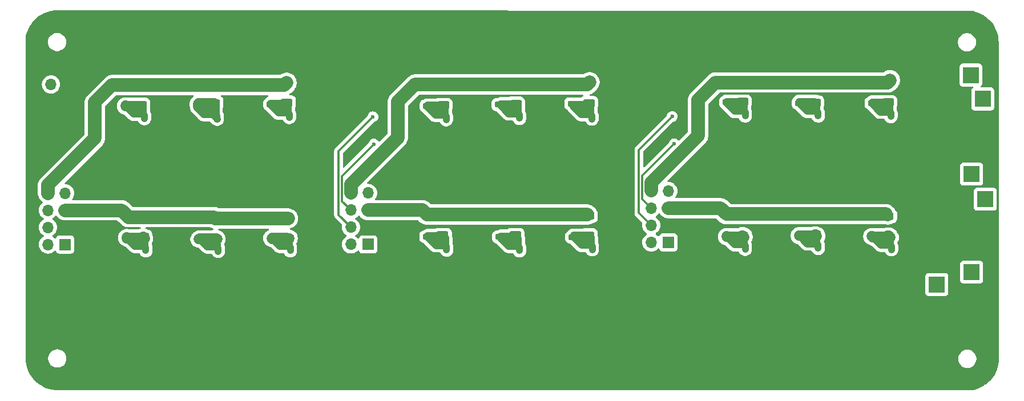
<source format=gtl>
%TF.GenerationSoftware,KiCad,Pcbnew,8.0.1*%
%TF.CreationDate,2024-05-07T00:04:45+05:00*%
%TF.ProjectId,PowerBoard,506f7765-7242-46f6-9172-642e6b696361,rev?*%
%TF.SameCoordinates,Original*%
%TF.FileFunction,Copper,L1,Top*%
%TF.FilePolarity,Positive*%
%FSLAX46Y46*%
G04 Gerber Fmt 4.6, Leading zero omitted, Abs format (unit mm)*
G04 Created by KiCad (PCBNEW 8.0.1) date 2024-05-07 00:04:45*
%MOMM*%
%LPD*%
G01*
G04 APERTURE LIST*
G04 Aperture macros list*
%AMRoundRect*
0 Rectangle with rounded corners*
0 $1 Rounding radius*
0 $2 $3 $4 $5 $6 $7 $8 $9 X,Y pos of 4 corners*
0 Add a 4 corners polygon primitive as box body*
4,1,4,$2,$3,$4,$5,$6,$7,$8,$9,$2,$3,0*
0 Add four circle primitives for the rounded corners*
1,1,$1+$1,$2,$3*
1,1,$1+$1,$4,$5*
1,1,$1+$1,$6,$7*
1,1,$1+$1,$8,$9*
0 Add four rect primitives between the rounded corners*
20,1,$1+$1,$2,$3,$4,$5,0*
20,1,$1+$1,$4,$5,$6,$7,0*
20,1,$1+$1,$6,$7,$8,$9,0*
20,1,$1+$1,$8,$9,$2,$3,0*%
G04 Aperture macros list end*
%TA.AperFunction,SMDPad,CuDef*%
%ADD10RoundRect,0.225000X-0.375000X0.225000X-0.375000X-0.225000X0.375000X-0.225000X0.375000X0.225000X0*%
%TD*%
%TA.AperFunction,SMDPad,CuDef*%
%ADD11RoundRect,0.250000X-0.625000X0.312500X-0.625000X-0.312500X0.625000X-0.312500X0.625000X0.312500X0*%
%TD*%
%TA.AperFunction,ComponentPad*%
%ADD12R,2.400000X2.400000*%
%TD*%
%TA.AperFunction,ComponentPad*%
%ADD13C,2.400000*%
%TD*%
%TA.AperFunction,ComponentPad*%
%ADD14R,1.700000X1.700000*%
%TD*%
%TA.AperFunction,ComponentPad*%
%ADD15O,1.700000X1.700000*%
%TD*%
%TA.AperFunction,ViaPad*%
%ADD16C,0.600000*%
%TD*%
%TA.AperFunction,Conductor*%
%ADD17C,1.000000*%
%TD*%
%TA.AperFunction,Conductor*%
%ADD18C,1.500000*%
%TD*%
%TA.AperFunction,Conductor*%
%ADD19C,0.300000*%
%TD*%
%TA.AperFunction,Conductor*%
%ADD20C,2.000000*%
%TD*%
G04 APERTURE END LIST*
D10*
%TO.P,D2,1,K*%
%TO.N,/GH_A*%
X228500000Y-112050000D03*
%TO.P,D2,2,A*%
%TO.N,Net-(D2-A)*%
X228500000Y-115350000D03*
%TD*%
%TO.P,D9,1,K*%
%TO.N,/GH_B*%
X262482332Y-112348057D03*
%TO.P,D9,2,A*%
%TO.N,Net-(D9-A)*%
X262482332Y-115648057D03*
%TD*%
%TO.P,D4,1,K*%
%TO.N,/GL_A*%
X239500000Y-132050000D03*
%TO.P,D4,2,A*%
%TO.N,Net-(D4-A)*%
X239500000Y-135350000D03*
%TD*%
D11*
%TO.P,R27,1*%
%TO.N,/GL_C*%
X309232332Y-131938057D03*
%TO.P,R27,2*%
%TO.N,Net-(D15-A)*%
X309232332Y-134863057D03*
%TD*%
D12*
%TO.P,C19,1*%
%TO.N,V_IN*%
X343150000Y-111050000D03*
D13*
%TO.P,C19,2*%
%TO.N,GND*%
X343150000Y-118550000D03*
%TD*%
D11*
%TO.P,R25,1*%
%TO.N,/GL_C*%
X330822332Y-131988057D03*
%TO.P,R25,2*%
%TO.N,Net-(D13-A)*%
X330822332Y-134913057D03*
%TD*%
%TO.P,R3,1*%
%TO.N,/GH_A*%
X220050000Y-112537500D03*
%TO.P,R3,2*%
%TO.N,Net-(D3-A)*%
X220050000Y-115462500D03*
%TD*%
%TO.P,R24,1*%
%TO.N,/GL_B*%
X264782332Y-131885557D03*
%TO.P,R24,2*%
%TO.N,Net-(D12-A)*%
X264782332Y-134810557D03*
%TD*%
D12*
%TO.P,C23,1*%
%TO.N,V_IN*%
X345298749Y-129480000D03*
D13*
%TO.P,C23,2*%
%TO.N,GND*%
X345298749Y-136980000D03*
%TD*%
D11*
%TO.P,R20,1*%
%TO.N,/GL_A*%
X231050000Y-132337500D03*
%TO.P,R20,2*%
%TO.N,Net-(D5-A)*%
X231050000Y-135262500D03*
%TD*%
D10*
%TO.P,D17,1,K*%
%TO.N,/GH_C*%
X317672332Y-111938057D03*
%TO.P,D17,2,A*%
%TO.N,Net-(D17-A)*%
X317672332Y-115238057D03*
%TD*%
D11*
%TO.P,R1,1*%
%TO.N,/GH_A*%
X241650000Y-112187500D03*
%TO.P,R1,2*%
%TO.N,Net-(D1-A)*%
X241650000Y-115112500D03*
%TD*%
%TO.P,R4,1*%
%TO.N,/GH_B*%
X286482332Y-112285557D03*
%TO.P,R4,2*%
%TO.N,Net-(D7-A)*%
X286482332Y-115210557D03*
%TD*%
D10*
%TO.P,D1,1,K*%
%TO.N,/GH_A*%
X239250000Y-112100000D03*
%TO.P,D1,2,A*%
%TO.N,Net-(D1-A)*%
X239250000Y-115400000D03*
%TD*%
%TO.P,D18,1,K*%
%TO.N,/GH_C*%
X328472332Y-111938057D03*
%TO.P,D18,2,A*%
%TO.N,Net-(D18-A)*%
X328472332Y-115238057D03*
%TD*%
D11*
%TO.P,R19,1*%
%TO.N,/GL_A*%
X241850000Y-132337500D03*
%TO.P,R19,2*%
%TO.N,Net-(D4-A)*%
X241850000Y-135262500D03*
%TD*%
%TO.P,R22,1*%
%TO.N,/GL_B*%
X286432332Y-131948057D03*
%TO.P,R22,2*%
%TO.N,Net-(D10-A)*%
X286432332Y-134873057D03*
%TD*%
D12*
%TO.P,C21,1*%
%TO.N,V_IN*%
X343250000Y-140300000D03*
D13*
%TO.P,C21,2*%
%TO.N,GND*%
X343250000Y-147800000D03*
%TD*%
D11*
%TO.P,R5,1*%
%TO.N,/GH_B*%
X275632332Y-112385557D03*
%TO.P,R5,2*%
%TO.N,Net-(D8-A)*%
X275632332Y-115310557D03*
%TD*%
D10*
%TO.P,D15,1,K*%
%TO.N,/GL_C*%
X306872332Y-131688057D03*
%TO.P,D15,2,A*%
%TO.N,Net-(D15-A)*%
X306872332Y-134988057D03*
%TD*%
D14*
%TO.P,J7,1,Pin_1*%
%TO.N,/PH_C_IN_D+*%
X298272332Y-135878057D03*
D15*
%TO.P,J7,2,Pin_2*%
%TO.N,/PH_C_IN_D-*%
X295732332Y-135878057D03*
%TO.P,J7,3,Pin_3*%
%TO.N,GND*%
X298272332Y-133338057D03*
%TO.P,J7,4,Pin_4*%
%TO.N,/TEMP3*%
X295732332Y-133338057D03*
%TO.P,J7,5,Pin_5*%
%TO.N,/GL_C*%
X298272332Y-130798057D03*
%TO.P,J7,6,Pin_6*%
%TO.N,/VCC2*%
X295732332Y-130798057D03*
%TO.P,J7,7,Pin_7*%
%TO.N,/PH_C*%
X298272332Y-128258057D03*
%TO.P,J7,8,Pin_8*%
%TO.N,/GH_C*%
X295732332Y-128258057D03*
%TD*%
D11*
%TO.P,R7,1*%
%TO.N,/GH_C*%
X330872332Y-112175557D03*
%TO.P,R7,2*%
%TO.N,Net-(D18-A)*%
X330872332Y-115100557D03*
%TD*%
%TO.P,R23,1*%
%TO.N,/GL_B*%
X275582332Y-131885557D03*
%TO.P,R23,2*%
%TO.N,Net-(D11-A)*%
X275582332Y-134810557D03*
%TD*%
%TO.P,R9,1*%
%TO.N,/GH_C*%
X309272332Y-112075557D03*
%TO.P,R9,2*%
%TO.N,Net-(D16-A)*%
X309272332Y-115000557D03*
%TD*%
D10*
%TO.P,D10,1,K*%
%TO.N,/GL_B*%
X284082332Y-131810557D03*
%TO.P,D10,2,A*%
%TO.N,Net-(D10-A)*%
X284082332Y-135110557D03*
%TD*%
D11*
%TO.P,R8,1*%
%TO.N,/GH_C*%
X320022332Y-112225557D03*
%TO.P,R8,2*%
%TO.N,Net-(D17-A)*%
X320022332Y-115150557D03*
%TD*%
D10*
%TO.P,D16,1,K*%
%TO.N,/GH_C*%
X306922332Y-111788057D03*
%TO.P,D16,2,A*%
%TO.N,Net-(D16-A)*%
X306922332Y-115088057D03*
%TD*%
%TO.P,D12,1,K*%
%TO.N,/GL_B*%
X262432332Y-131748057D03*
%TO.P,D12,2,A*%
%TO.N,Net-(D12-A)*%
X262432332Y-135048057D03*
%TD*%
%TO.P,D8,1,K*%
%TO.N,/GH_B*%
X273132332Y-112148057D03*
%TO.P,D8,2,A*%
%TO.N,Net-(D8-A)*%
X273132332Y-115448057D03*
%TD*%
%TO.P,D7,1,K*%
%TO.N,/GH_B*%
X283932332Y-111998057D03*
%TO.P,D7,2,A*%
%TO.N,Net-(D7-A)*%
X283932332Y-115298057D03*
%TD*%
%TO.P,D3,1,K*%
%TO.N,/GH_A*%
X217750000Y-112300000D03*
%TO.P,D3,2,A*%
%TO.N,Net-(D3-A)*%
X217750000Y-115600000D03*
%TD*%
D14*
%TO.P,J12,1,Pin_1*%
%TO.N,GND*%
X206700000Y-114975000D03*
D15*
%TO.P,J12,2,Pin_2*%
%TO.N,V_IN*%
X206700000Y-112435000D03*
%TD*%
D12*
%TO.P,C22,1*%
%TO.N,V_IN*%
X338098750Y-142130000D03*
D13*
%TO.P,C22,2*%
%TO.N,GND*%
X338098750Y-149630000D03*
%TD*%
D11*
%TO.P,R2,1*%
%TO.N,/GH_A*%
X230900000Y-112287500D03*
%TO.P,R2,2*%
%TO.N,Net-(D2-A)*%
X230900000Y-115212500D03*
%TD*%
D14*
%TO.P,J6,1,Pin_1*%
%TO.N,/PH_A_IN_D+*%
X208800000Y-136200000D03*
D15*
%TO.P,J6,2,Pin_2*%
%TO.N,/PH_A_IN_D-*%
X206260000Y-136200000D03*
%TO.P,J6,3,Pin_3*%
%TO.N,GND*%
X208800000Y-133660000D03*
%TO.P,J6,4,Pin_4*%
%TO.N,/TEMP*%
X206260000Y-133660000D03*
%TO.P,J6,5,Pin_5*%
%TO.N,/GL_A*%
X208800000Y-131120000D03*
%TO.P,J6,6,Pin_6*%
%TO.N,/VCC*%
X206260000Y-131120000D03*
%TO.P,J6,7,Pin_7*%
%TO.N,/PH_A*%
X208800000Y-128580000D03*
%TO.P,J6,8,Pin_8*%
%TO.N,/GH_A*%
X206260000Y-128580000D03*
%TD*%
D11*
%TO.P,R21,1*%
%TO.N,/GL_A*%
X220350000Y-132137500D03*
%TO.P,R21,2*%
%TO.N,Net-(D6-A)*%
X220350000Y-135062500D03*
%TD*%
D12*
%TO.P,C24,1*%
%TO.N,V_IN*%
X344920001Y-114600000D03*
D13*
%TO.P,C24,2*%
%TO.N,GND*%
X344920001Y-122100000D03*
%TD*%
D10*
%TO.P,D13,1,K*%
%TO.N,/GL_C*%
X328422332Y-131700557D03*
%TO.P,D13,2,A*%
%TO.N,Net-(D13-A)*%
X328422332Y-135000557D03*
%TD*%
%TO.P,D6,1,K*%
%TO.N,/GL_A*%
X217900000Y-131850000D03*
%TO.P,D6,2,A*%
%TO.N,Net-(D6-A)*%
X217900000Y-135150000D03*
%TD*%
D12*
%TO.P,C20,1*%
%TO.N,V_IN*%
X343250000Y-125750000D03*
D13*
%TO.P,C20,2*%
%TO.N,GND*%
X343250000Y-133250000D03*
%TD*%
D10*
%TO.P,D14,1,K*%
%TO.N,/GL_C*%
X317672332Y-131575557D03*
%TO.P,D14,2,A*%
%TO.N,Net-(D14-A)*%
X317672332Y-134875557D03*
%TD*%
%TO.P,D11,1,K*%
%TO.N,/GL_B*%
X273239832Y-131788057D03*
%TO.P,D11,2,A*%
%TO.N,Net-(D11-A)*%
X273239832Y-135088057D03*
%TD*%
D11*
%TO.P,R26,1*%
%TO.N,/GL_C*%
X320022332Y-131825557D03*
%TO.P,R26,2*%
%TO.N,Net-(D14-A)*%
X320022332Y-134750557D03*
%TD*%
D10*
%TO.P,D5,1,K*%
%TO.N,/GL_A*%
X228612500Y-132110000D03*
%TO.P,D5,2,A*%
%TO.N,Net-(D5-A)*%
X228612500Y-135410000D03*
%TD*%
D11*
%TO.P,R6,1*%
%TO.N,/GH_B*%
X264882332Y-112585557D03*
%TO.P,R6,2*%
%TO.N,Net-(D9-A)*%
X264882332Y-115510557D03*
%TD*%
D14*
%TO.P,J5,1,Pin_1*%
%TO.N,/PH_B_IN_D+*%
X253732332Y-136188057D03*
D15*
%TO.P,J5,2,Pin_2*%
%TO.N,/PH_B_IN_D-*%
X251192332Y-136188057D03*
%TO.P,J5,3,Pin_3*%
%TO.N,GND*%
X253732332Y-133648057D03*
%TO.P,J5,4,Pin_4*%
%TO.N,/TEMP2*%
X251192332Y-133648057D03*
%TO.P,J5,5,Pin_5*%
%TO.N,/GL_B*%
X253732332Y-131108057D03*
%TO.P,J5,6,Pin_6*%
%TO.N,/VCC1*%
X251192332Y-131108057D03*
%TO.P,J5,7,Pin_7*%
%TO.N,/PH_B*%
X253732332Y-128568057D03*
%TO.P,J5,8,Pin_8*%
%TO.N,/GH_B*%
X251192332Y-128568057D03*
%TD*%
D16*
%TO.N,GND*%
X342275000Y-108745000D03*
X245755000Y-157005000D03*
X257200000Y-152550000D03*
X250750000Y-156100000D03*
X210195000Y-139225000D03*
X281315000Y-154465000D03*
X219700000Y-153900000D03*
X299095000Y-149385000D03*
X324495000Y-157005000D03*
X204600000Y-115150000D03*
X214150000Y-156300000D03*
X294015000Y-149385000D03*
X242000000Y-152350000D03*
X289600000Y-155700000D03*
X319415000Y-154465000D03*
X278775000Y-154465000D03*
X276235000Y-157005000D03*
X309255000Y-144305000D03*
X337195000Y-146845000D03*
X344815000Y-144305000D03*
X294015000Y-157005000D03*
X215275000Y-154465000D03*
X230515000Y-149385000D03*
X280350000Y-152750000D03*
X243215000Y-154465000D03*
X238135000Y-146845000D03*
X220355000Y-157005000D03*
X225435000Y-136685000D03*
X294015000Y-151925000D03*
X291475000Y-154465000D03*
X344815000Y-154465000D03*
X271155000Y-116365000D03*
X306715000Y-154465000D03*
X276000000Y-154600000D03*
X210195000Y-154465000D03*
X342275000Y-144305000D03*
X339735000Y-154465000D03*
X223600000Y-156300000D03*
X205115000Y-151925000D03*
X205115000Y-121445000D03*
X255915000Y-154465000D03*
X238135000Y-157005000D03*
X280350000Y-156500000D03*
X337195000Y-144305000D03*
X205115000Y-106205000D03*
X225435000Y-157005000D03*
X324495000Y-154465000D03*
X220355000Y-149385000D03*
X320350000Y-152550000D03*
X309255000Y-151925000D03*
X205115000Y-141765000D03*
X230515000Y-157005000D03*
X324495000Y-116365000D03*
X205115000Y-103665000D03*
X225435000Y-116365000D03*
X212735000Y-136685000D03*
X260995000Y-116365000D03*
X344815000Y-151925000D03*
X311600000Y-152550000D03*
X332115000Y-141765000D03*
X311600000Y-156300000D03*
X217450000Y-154400000D03*
X235595000Y-146845000D03*
X309255000Y-154465000D03*
X258455000Y-154465000D03*
X205115000Y-118905000D03*
X309255000Y-149385000D03*
X268615000Y-116365000D03*
X321955000Y-157005000D03*
X286395000Y-151925000D03*
X309255000Y-157005000D03*
X215275000Y-136685000D03*
X281315000Y-146845000D03*
X263535000Y-154465000D03*
X250835000Y-144305000D03*
X248295000Y-146845000D03*
X327035000Y-116365000D03*
X296555000Y-146845000D03*
X248295000Y-139225000D03*
X212735000Y-157005000D03*
X227975000Y-157005000D03*
X296555000Y-151925000D03*
X250750000Y-152350000D03*
X255915000Y-116365000D03*
X253375000Y-149385000D03*
X321955000Y-149385000D03*
X337750000Y-156500000D03*
X248295000Y-144305000D03*
X286395000Y-157005000D03*
X271600000Y-156500000D03*
X205115000Y-146845000D03*
X283855000Y-146845000D03*
X222895000Y-136685000D03*
X268615000Y-154465000D03*
X220355000Y-151925000D03*
X320350000Y-156300000D03*
X263535000Y-157005000D03*
X248295000Y-149385000D03*
X207655000Y-108745000D03*
X273695000Y-154465000D03*
X230515000Y-154465000D03*
X253375000Y-151925000D03*
X266075000Y-154465000D03*
X250835000Y-139225000D03*
X314335000Y-116365000D03*
X266075000Y-149385000D03*
X301635000Y-157005000D03*
X214150000Y-152550000D03*
X250835000Y-141765000D03*
X235595000Y-136685000D03*
X205115000Y-108745000D03*
X235595000Y-116365000D03*
X205115000Y-139225000D03*
X248295000Y-136685000D03*
X327035000Y-146845000D03*
X342275000Y-157005000D03*
X211850000Y-154750000D03*
X278775000Y-157005000D03*
X329000000Y-156500000D03*
X294015000Y-146845000D03*
X232350000Y-152550000D03*
X246400000Y-154200000D03*
X223600000Y-152550000D03*
X253375000Y-154465000D03*
X240675000Y-154465000D03*
X250835000Y-149385000D03*
X327035000Y-157005000D03*
X207655000Y-146845000D03*
X230515000Y-151925000D03*
X248295000Y-134145000D03*
X276235000Y-149385000D03*
X268615000Y-157005000D03*
X294015000Y-134145000D03*
X207655000Y-149385000D03*
X222895000Y-154465000D03*
X210195000Y-141765000D03*
X271155000Y-154465000D03*
X339735000Y-157005000D03*
X210195000Y-157005000D03*
X332115000Y-144305000D03*
X290400000Y-150600000D03*
X261600000Y-154400000D03*
X232350000Y-156300000D03*
X260995000Y-157005000D03*
X233055000Y-136685000D03*
X207655000Y-118905000D03*
X207655000Y-157005000D03*
X329000000Y-152750000D03*
X344815000Y-103665000D03*
X276235000Y-151925000D03*
X344815000Y-108745000D03*
X332115000Y-149385000D03*
X233055000Y-149385000D03*
X296555000Y-157005000D03*
X248295000Y-131605000D03*
X314335000Y-157005000D03*
X238135000Y-154465000D03*
X294015000Y-136685000D03*
X205115000Y-149385000D03*
X314335000Y-154465000D03*
X296555000Y-149385000D03*
X248295000Y-157005000D03*
X257200000Y-156300000D03*
X233055000Y-154465000D03*
X299095000Y-141765000D03*
X250835000Y-146845000D03*
X210195000Y-151925000D03*
X329575000Y-146845000D03*
X306715000Y-157005000D03*
X235595000Y-154465000D03*
X311795000Y-154465000D03*
X253375000Y-146845000D03*
X235595000Y-157005000D03*
X298350000Y-151950000D03*
X225435000Y-154465000D03*
X342275000Y-121445000D03*
X333400000Y-154600000D03*
X332115000Y-146845000D03*
X283855000Y-154465000D03*
X286395000Y-146845000D03*
X210195000Y-116365000D03*
X283855000Y-157005000D03*
X248295000Y-151925000D03*
X294000000Y-153800000D03*
X327035000Y-154465000D03*
X291475000Y-157005000D03*
X222895000Y-116365000D03*
X210195000Y-149385000D03*
X296555000Y-154465000D03*
X242000000Y-156100000D03*
X233055000Y-116365000D03*
X281315000Y-116365000D03*
X245600000Y-150800000D03*
X240675000Y-149385000D03*
X316875000Y-157005000D03*
X342275000Y-136685000D03*
X342275000Y-103665000D03*
X294015000Y-139225000D03*
X217815000Y-157005000D03*
X339735000Y-144305000D03*
X248295000Y-141765000D03*
X240675000Y-146845000D03*
X321955000Y-116365000D03*
X316000000Y-154400000D03*
X289600000Y-151950000D03*
X207655000Y-103665000D03*
X339735000Y-151925000D03*
X228000000Y-154400000D03*
X321955000Y-154465000D03*
X253375000Y-157005000D03*
X286395000Y-154465000D03*
X271600000Y-152750000D03*
X301635000Y-154465000D03*
X311795000Y-116365000D03*
X278775000Y-116365000D03*
X324495000Y-146845000D03*
X248295000Y-154465000D03*
X248295000Y-129065000D03*
X311795000Y-149385000D03*
X342275000Y-116365000D03*
X344815000Y-106205000D03*
X205115000Y-144305000D03*
X298350000Y-155700000D03*
X265950000Y-156300000D03*
X294015000Y-141765000D03*
X337750000Y-152750000D03*
X255915000Y-149385000D03*
X205115000Y-154465000D03*
X265950000Y-152550000D03*
X321955000Y-151925000D03*
X273695000Y-157005000D03*
X286395000Y-149385000D03*
X304175000Y-157005000D03*
X294015000Y-144305000D03*
X250835000Y-154465000D03*
X339735000Y-146845000D03*
X299095000Y-139225000D03*
X304175000Y-154465000D03*
%TO.N,Net-(D1-A)*%
X241150000Y-116700000D03*
X240450000Y-116700000D03*
X241900000Y-116700000D03*
X242050000Y-117350000D03*
%TO.N,Net-(D2-A)*%
X230050000Y-117000000D03*
X231350000Y-117600000D03*
X229362500Y-116937500D03*
X230900000Y-117000000D03*
%TO.N,Net-(D3-A)*%
X220550000Y-117518750D03*
X220400000Y-116868750D03*
X219650000Y-116868750D03*
X218950000Y-116868750D03*
%TO.N,Net-(D4-A)*%
X240600000Y-136468750D03*
X242200000Y-137118750D03*
X242050000Y-136468750D03*
X241300000Y-136468750D03*
%TO.N,Net-(D5-A)*%
X231500000Y-137218750D03*
X229900000Y-136568750D03*
X231350000Y-136568750D03*
X230600000Y-136568750D03*
%TO.N,Net-(D6-A)*%
X219850000Y-136468750D03*
X220600000Y-136468750D03*
X219150000Y-136468750D03*
X220750000Y-137118750D03*
%TO.N,/TEMP2*%
X254450000Y-117250000D03*
%TO.N,/TEMP3*%
X298850000Y-117200000D03*
%TO.N,Net-(D7-A)*%
X286782332Y-116916807D03*
X285332332Y-116916807D03*
X286932332Y-117566807D03*
X286032332Y-116916807D03*
%TO.N,Net-(D8-A)*%
X276032332Y-116816807D03*
X274582332Y-116816807D03*
X275282332Y-116816807D03*
X276182332Y-117466807D03*
%TO.N,Net-(D9-A)*%
X263732332Y-117016807D03*
X265332332Y-117666807D03*
X264432332Y-117016807D03*
X265182332Y-117016807D03*
%TO.N,Net-(D10-A)*%
X286082332Y-136316807D03*
X285382332Y-136316807D03*
X286832332Y-136316807D03*
X286982332Y-136966807D03*
%TO.N,Net-(D11-A)*%
X276182332Y-137116807D03*
X275282332Y-136466807D03*
X274582332Y-136466807D03*
X276032332Y-136466807D03*
%TO.N,Net-(D12-A)*%
X264482332Y-136366807D03*
X265382332Y-137016807D03*
X263782332Y-136366807D03*
X265232332Y-136366807D03*
%TO.N,Net-(D13-A)*%
X331222332Y-136306807D03*
X331372332Y-136956807D03*
X330472332Y-136306807D03*
X329772332Y-136306807D03*
%TO.N,Net-(D14-A)*%
X320472332Y-136756807D03*
X318872332Y-136106807D03*
X320322332Y-136106807D03*
X319572332Y-136106807D03*
%TO.N,Net-(D15-A)*%
X309672332Y-136906807D03*
X309522332Y-136256807D03*
X308072332Y-136256807D03*
X308772332Y-136256807D03*
%TO.N,Net-(D16-A)*%
X308772332Y-116456807D03*
X309522332Y-116456807D03*
X309672332Y-117106807D03*
X308072332Y-116456807D03*
%TO.N,Net-(D17-A)*%
X320322332Y-116456807D03*
X319572332Y-116456807D03*
X318872332Y-116456807D03*
X320472332Y-117106807D03*
%TO.N,Net-(D18-A)*%
X331272332Y-117206807D03*
X329672332Y-116556807D03*
X331122332Y-116556807D03*
X330372332Y-116556807D03*
%TO.N,/VCC1*%
X254600000Y-121300000D03*
%TO.N,/VCC2*%
X299150000Y-121250000D03*
%TD*%
D17*
%TO.N,Net-(D1-A)*%
X242050000Y-117350000D02*
X242050000Y-116850000D01*
X240300000Y-115212500D02*
X241562500Y-115212500D01*
X241150000Y-116700000D02*
X241150000Y-116062500D01*
X241562500Y-115212500D02*
X241650000Y-115300000D01*
X239250000Y-115500000D02*
X240450000Y-116700000D01*
X240450000Y-116700000D02*
X241900000Y-116700000D01*
X242050000Y-116850000D02*
X241900000Y-116700000D01*
X239250000Y-115212500D02*
X240300000Y-115212500D01*
X241900000Y-115550000D02*
X241650000Y-115300000D01*
X241900000Y-116700000D02*
X241900000Y-115550000D01*
X241150000Y-116062500D02*
X240300000Y-115212500D01*
X239250000Y-115212500D02*
X239250000Y-115500000D01*
%TO.N,Net-(D2-A)*%
X231337500Y-117587500D02*
X231337500Y-117087500D01*
D18*
X228500000Y-115412500D02*
X228537500Y-115450000D01*
D17*
X229362500Y-116937500D02*
X230687500Y-116937500D01*
D18*
X228537500Y-115737500D02*
X229300000Y-116500000D01*
D17*
X231337500Y-117087500D02*
X231187500Y-116937500D01*
X230437500Y-116300000D02*
X229587500Y-115450000D01*
X230437500Y-116937500D02*
X230437500Y-116300000D01*
D18*
X230900000Y-115212500D02*
X228637500Y-115212500D01*
D17*
X228537500Y-115450000D02*
X229587500Y-115450000D01*
D18*
X228500000Y-115350000D02*
X228500000Y-115412500D01*
D17*
X231187500Y-116937500D02*
X231187500Y-115787500D01*
X230687500Y-116937500D02*
X231350000Y-117600000D01*
D18*
X228637500Y-115212500D02*
X228500000Y-115350000D01*
D17*
X229587500Y-115450000D02*
X230850000Y-115450000D01*
%TO.N,Net-(D3-A)*%
X217750000Y-115381250D02*
X218800000Y-115381250D01*
X218950000Y-116868750D02*
X220400000Y-116868750D01*
X218800000Y-115381250D02*
X220062500Y-115381250D01*
D18*
X217750000Y-115600000D02*
X217750000Y-115668750D01*
D17*
X220550000Y-117018750D02*
X220400000Y-116868750D01*
X220550000Y-117518750D02*
X220550000Y-117018750D01*
X219650000Y-116231250D02*
X218800000Y-115381250D01*
X220400000Y-116868750D02*
X220400000Y-115718750D01*
X217750000Y-115668750D02*
X218950000Y-116868750D01*
X220400000Y-115718750D02*
X220150000Y-115468750D01*
X217750000Y-115381250D02*
X217750000Y-115668750D01*
X219650000Y-116868750D02*
X219650000Y-116231250D01*
D18*
%TO.N,Net-(D4-A)*%
X241850000Y-135262500D02*
X241993750Y-135262500D01*
D17*
X239400000Y-135268750D02*
X240600000Y-136468750D01*
D18*
X239481250Y-135350000D02*
X239400000Y-135268750D01*
D17*
X240450000Y-134981250D02*
X241712500Y-134981250D01*
X242050000Y-136468750D02*
X242050000Y-135318750D01*
X240600000Y-136468750D02*
X242050000Y-136468750D01*
X242200000Y-136618750D02*
X242050000Y-136468750D01*
X241300000Y-135831250D02*
X240450000Y-134981250D01*
D18*
X241993750Y-135262500D02*
X242050000Y-135318750D01*
D17*
X239400000Y-134981250D02*
X240450000Y-134981250D01*
X242050000Y-135318750D02*
X241800000Y-135068750D01*
X239400000Y-134981250D02*
X239400000Y-135268750D01*
X242200000Y-137118750D02*
X242200000Y-136618750D01*
D18*
X239500000Y-135350000D02*
X239481250Y-135350000D01*
D17*
X241300000Y-136468750D02*
X241300000Y-135831250D01*
%TO.N,Net-(D5-A)*%
X229750000Y-135081250D02*
X231012500Y-135081250D01*
D18*
X231193750Y-135262500D02*
X231350000Y-135418750D01*
X228658750Y-135410000D02*
X228700000Y-135368750D01*
X231050000Y-135262500D02*
X231193750Y-135262500D01*
D17*
X228700000Y-135368750D02*
X229900000Y-136568750D01*
D18*
X228612500Y-135410000D02*
X228658750Y-135410000D01*
D17*
X228700000Y-135081250D02*
X229750000Y-135081250D01*
X229900000Y-136568750D02*
X231350000Y-136568750D01*
X231350000Y-135418750D02*
X231100000Y-135168750D01*
X230600000Y-135931250D02*
X229750000Y-135081250D01*
X231500000Y-136718750D02*
X231350000Y-136568750D01*
X231500000Y-137218750D02*
X231500000Y-136718750D01*
X230600000Y-136568750D02*
X230600000Y-135931250D01*
X231350000Y-136568750D02*
X231350000Y-135418750D01*
X228700000Y-135081250D02*
X228700000Y-135368750D01*
%TO.N,Net-(D6-A)*%
X219150000Y-136468750D02*
X220600000Y-136468750D01*
X220750000Y-136618750D02*
X220600000Y-136468750D01*
X219850000Y-135831250D02*
X219000000Y-134981250D01*
X217950000Y-134981250D02*
X217950000Y-135268750D01*
X219850000Y-136468750D02*
X219850000Y-135831250D01*
D18*
X220350000Y-135068750D02*
X220600000Y-135318750D01*
D17*
X217950000Y-135268750D02*
X219150000Y-136468750D01*
X217950000Y-134981250D02*
X219000000Y-134981250D01*
D18*
X217900000Y-135218750D02*
X217950000Y-135268750D01*
D17*
X220750000Y-137118750D02*
X220750000Y-136618750D01*
D18*
X220350000Y-135062500D02*
X220350000Y-135068750D01*
D17*
X219000000Y-134981250D02*
X220262500Y-134981250D01*
X220600000Y-136468750D02*
X220600000Y-135318750D01*
D18*
X217900000Y-135150000D02*
X217900000Y-135218750D01*
D19*
%TO.N,/TEMP2*%
X249350000Y-131805725D02*
X249350000Y-122350000D01*
X251192332Y-133648057D02*
X249350000Y-131805725D01*
X249350000Y-122350000D02*
X254450000Y-117250000D01*
%TO.N,/TEMP3*%
X293900000Y-122150000D02*
X293900000Y-131505725D01*
X293900000Y-131505725D02*
X295732332Y-133338057D01*
X298850000Y-117200000D02*
X293900000Y-122150000D01*
D20*
%TO.N,/GL_A*%
X231050000Y-132337500D02*
X241850000Y-132337500D01*
X208800000Y-131120000D02*
X217170000Y-131120000D01*
X230850000Y-132137500D02*
X231050000Y-132337500D01*
X217170000Y-131120000D02*
X217900000Y-131850000D01*
X220350000Y-132137500D02*
X218187500Y-132137500D01*
X218187500Y-132137500D02*
X217900000Y-131850000D01*
X220350000Y-132137500D02*
X230850000Y-132137500D01*
%TO.N,/GH_A*%
X213200000Y-115100000D02*
X215762500Y-112537500D01*
X206260000Y-127377919D02*
X213200000Y-120437919D01*
X241300000Y-112537500D02*
X241650000Y-112187500D01*
X215762500Y-112537500D02*
X220050000Y-112537500D01*
X206260000Y-128580000D02*
X206260000Y-127377919D01*
X213200000Y-120437919D02*
X213200000Y-115100000D01*
X220050000Y-112537500D02*
X241300000Y-112537500D01*
%TO.N,/GL_B*%
X261792332Y-131108057D02*
X262432332Y-131748057D01*
X253732332Y-131108057D02*
X261792332Y-131108057D01*
X262432332Y-131748057D02*
X286232332Y-131748057D01*
D18*
X286232332Y-131748057D02*
X286432332Y-131948057D01*
D20*
%TO.N,/GH_B*%
X258140000Y-115022081D02*
X260702500Y-112459581D01*
X260702500Y-112459581D02*
X264990000Y-112459581D01*
X258140000Y-120360000D02*
X258140000Y-115022081D01*
X264990000Y-112459581D02*
X286240000Y-112459581D01*
X251200000Y-127300000D02*
X258140000Y-120360000D01*
X251200000Y-128502081D02*
X251200000Y-127300000D01*
X286240000Y-112459581D02*
X286590000Y-112109581D01*
%TO.N,/GL_C*%
X305982332Y-130798057D02*
X306872332Y-131688057D01*
X306872332Y-131688057D02*
X330522332Y-131688057D01*
X298272332Y-130798057D02*
X305982332Y-130798057D01*
D18*
X330522332Y-131688057D02*
X330822332Y-131988057D01*
D20*
%TO.N,/GH_C*%
X302690000Y-114722081D02*
X305252500Y-112159581D01*
X295750000Y-128202081D02*
X295750000Y-127000000D01*
X309540000Y-112159581D02*
X330790000Y-112159581D01*
X302690000Y-120060000D02*
X302690000Y-114722081D01*
X330790000Y-112159581D02*
X331140000Y-111809581D01*
X295750000Y-127000000D02*
X302690000Y-120060000D01*
X305252500Y-112159581D02*
X309540000Y-112159581D01*
D17*
%TO.N,Net-(D7-A)*%
X284132332Y-115716807D02*
X285332332Y-116916807D01*
X284132332Y-115429307D02*
X285182332Y-115429307D01*
X285182332Y-115429307D02*
X286444832Y-115429307D01*
X286032332Y-116279307D02*
X285182332Y-115429307D01*
X286782332Y-116916807D02*
X286782332Y-115766807D01*
X284132332Y-115429307D02*
X284132332Y-115716807D01*
X286032332Y-116916807D02*
X286032332Y-116279307D01*
X286782332Y-115766807D02*
X286532332Y-115516807D01*
X286932332Y-117566807D02*
X286932332Y-117066807D01*
X285332332Y-116916807D02*
X286782332Y-116916807D01*
X286932332Y-117066807D02*
X286782332Y-116916807D01*
%TO.N,Net-(D8-A)*%
X276182332Y-117466807D02*
X276182332Y-116966807D01*
X274432332Y-115329307D02*
X275694832Y-115329307D01*
X273382332Y-115616807D02*
X274582332Y-116816807D01*
X275282332Y-116179307D02*
X274432332Y-115329307D01*
X276032332Y-116816807D02*
X276032332Y-115666807D01*
X275282332Y-116816807D02*
X275282332Y-116179307D01*
X273382332Y-115329307D02*
X274432332Y-115329307D01*
X273382332Y-115329307D02*
X273382332Y-115616807D01*
X276182332Y-116966807D02*
X276032332Y-116816807D01*
X274582332Y-116816807D02*
X276032332Y-116816807D01*
X276032332Y-115666807D02*
X275782332Y-115416807D01*
%TO.N,Net-(D9-A)*%
X263582332Y-115529307D02*
X264844832Y-115529307D01*
X265332332Y-117666807D02*
X265332332Y-117166807D01*
X264432332Y-116379307D02*
X263582332Y-115529307D01*
X262532332Y-115529307D02*
X262532332Y-115816807D01*
X265332332Y-117166807D02*
X265182332Y-117016807D01*
X262532332Y-115529307D02*
X263582332Y-115529307D01*
X263732332Y-117016807D02*
X265182332Y-117016807D01*
X265182332Y-115866807D02*
X264932332Y-115616807D01*
X264432332Y-117016807D02*
X264432332Y-116379307D01*
X262532332Y-115816807D02*
X263732332Y-117016807D01*
X265182332Y-117016807D02*
X265182332Y-115866807D01*
%TO.N,Net-(D10-A)*%
X286982332Y-136966807D02*
X286982332Y-136466807D01*
X284182332Y-134829307D02*
X284182332Y-135116807D01*
X286832332Y-136316807D02*
X286832332Y-135166807D01*
X286832332Y-135166807D02*
X286582332Y-134916807D01*
X286982332Y-136466807D02*
X286832332Y-136316807D01*
X285382332Y-136316807D02*
X286832332Y-136316807D01*
X285232332Y-134829307D02*
X286494832Y-134829307D01*
X284182332Y-134829307D02*
X285232332Y-134829307D01*
X286082332Y-135679307D02*
X285232332Y-134829307D01*
X284182332Y-135116807D02*
X285382332Y-136316807D01*
X286082332Y-136316807D02*
X286082332Y-135679307D01*
%TO.N,Net-(D11-A)*%
X276032332Y-136466807D02*
X276032332Y-135316807D01*
X274432332Y-134979307D02*
X275694832Y-134979307D01*
X273382332Y-134979307D02*
X274432332Y-134979307D01*
X276182332Y-136616807D02*
X276032332Y-136466807D01*
X276032332Y-135316807D02*
X275782332Y-135066807D01*
X274582332Y-136466807D02*
X276032332Y-136466807D01*
X273382332Y-135266807D02*
X274582332Y-136466807D01*
X275282332Y-136466807D02*
X275282332Y-135829307D01*
X275282332Y-135829307D02*
X274432332Y-134979307D01*
X276182332Y-137116807D02*
X276182332Y-136616807D01*
X273382332Y-134979307D02*
X273382332Y-135266807D01*
%TO.N,Net-(D12-A)*%
X265232332Y-135216807D02*
X264982332Y-134966807D01*
X262582332Y-134879307D02*
X262582332Y-135166807D01*
X262582332Y-134879307D02*
X263632332Y-134879307D01*
X265232332Y-136366807D02*
X265232332Y-135216807D01*
X263632332Y-134879307D02*
X264894832Y-134879307D01*
X265382332Y-136516807D02*
X265232332Y-136366807D01*
X262582332Y-135166807D02*
X263782332Y-136366807D01*
X263782332Y-136366807D02*
X265232332Y-136366807D01*
X265382332Y-137016807D02*
X265382332Y-136516807D01*
X264482332Y-135729307D02*
X263632332Y-134879307D01*
X264482332Y-136366807D02*
X264482332Y-135729307D01*
D18*
%TO.N,Net-(D13-A)*%
X330822332Y-134913057D02*
X330978582Y-134913057D01*
D17*
X328572332Y-134819307D02*
X328572332Y-135106807D01*
X328572332Y-135106807D02*
X329772332Y-136306807D01*
X331222332Y-136306807D02*
X331222332Y-135156807D01*
X329772332Y-136306807D02*
X331222332Y-136306807D01*
D18*
X328422332Y-135000557D02*
X328466082Y-135000557D01*
D17*
X331222332Y-135156807D02*
X330972332Y-134906807D01*
X329622332Y-134819307D02*
X330884832Y-134819307D01*
X328572332Y-134819307D02*
X329622332Y-134819307D01*
D18*
X328466082Y-135000557D02*
X328572332Y-135106807D01*
D17*
X331372332Y-136456807D02*
X331222332Y-136306807D01*
D18*
X330978582Y-134913057D02*
X331222332Y-135156807D01*
D17*
X330472332Y-135669307D02*
X329622332Y-134819307D01*
X331372332Y-136956807D02*
X331372332Y-136456807D01*
X330472332Y-136306807D02*
X330472332Y-135669307D01*
%TO.N,Net-(D14-A)*%
X319572332Y-136106807D02*
X319572332Y-135469307D01*
X317672332Y-134906807D02*
X318872332Y-136106807D01*
D18*
X320116082Y-134750557D02*
X320322332Y-134956807D01*
D17*
X319572332Y-135469307D02*
X318722332Y-134619307D01*
X318872332Y-136106807D02*
X320322332Y-136106807D01*
X320322332Y-136106807D02*
X320322332Y-134956807D01*
X317672332Y-134619307D02*
X317672332Y-134906807D01*
X320472332Y-136756807D02*
X320472332Y-136256807D01*
X318722332Y-134619307D02*
X319984832Y-134619307D01*
X320322332Y-134956807D02*
X320072332Y-134706807D01*
D18*
X320022332Y-134750557D02*
X320116082Y-134750557D01*
D17*
X320472332Y-136256807D02*
X320322332Y-136106807D01*
D18*
X317672332Y-134875557D02*
X317672332Y-134906807D01*
D17*
X317672332Y-134619307D02*
X318722332Y-134619307D01*
%TO.N,Net-(D15-A)*%
X309672332Y-136406807D02*
X309522332Y-136256807D01*
X308772332Y-135619307D02*
X307922332Y-134769307D01*
X308072332Y-136256807D02*
X309522332Y-136256807D01*
D18*
X309278582Y-134863057D02*
X309522332Y-135106807D01*
X306872332Y-134988057D02*
X306872332Y-135056807D01*
D17*
X306872332Y-134769307D02*
X306872332Y-135056807D01*
X306872332Y-134769307D02*
X307922332Y-134769307D01*
X309522332Y-135106807D02*
X309272332Y-134856807D01*
X306872332Y-135056807D02*
X308072332Y-136256807D01*
X308772332Y-136256807D02*
X308772332Y-135619307D01*
X309522332Y-136256807D02*
X309522332Y-135106807D01*
X309672332Y-136906807D02*
X309672332Y-136406807D01*
D18*
X309232332Y-134863057D02*
X309278582Y-134863057D01*
D17*
X307922332Y-134769307D02*
X309184832Y-134769307D01*
%TO.N,Net-(D16-A)*%
X306872332Y-114969307D02*
X307922332Y-114969307D01*
X308772332Y-116456807D02*
X308772332Y-115819307D01*
X308072332Y-116456807D02*
X309522332Y-116456807D01*
X309522332Y-115306807D02*
X309272332Y-115056807D01*
X309522332Y-116456807D02*
X309522332Y-115306807D01*
X306872332Y-114969307D02*
X306872332Y-115256807D01*
X309672332Y-116606807D02*
X309522332Y-116456807D01*
X306872332Y-115256807D02*
X308072332Y-116456807D01*
X307922332Y-114969307D02*
X309184832Y-114969307D01*
X308772332Y-115819307D02*
X307922332Y-114969307D01*
X309672332Y-117106807D02*
X309672332Y-116606807D01*
%TO.N,Net-(D17-A)*%
X317672332Y-114969307D02*
X318722332Y-114969307D01*
X317672332Y-115256807D02*
X318872332Y-116456807D01*
X320472332Y-116606807D02*
X320322332Y-116456807D01*
X320322332Y-115306807D02*
X320072332Y-115056807D01*
X320472332Y-117106807D02*
X320472332Y-116606807D01*
X318722332Y-114969307D02*
X319984832Y-114969307D01*
X317672332Y-114969307D02*
X317672332Y-115256807D01*
X319572332Y-115819307D02*
X318722332Y-114969307D01*
X318872332Y-116456807D02*
X320322332Y-116456807D01*
X319572332Y-116456807D02*
X319572332Y-115819307D01*
X320322332Y-116456807D02*
X320322332Y-115306807D01*
%TO.N,Net-(D18-A)*%
X331272332Y-117206807D02*
X331272332Y-116706807D01*
X329672332Y-116556807D02*
X331122332Y-116556807D01*
X328472332Y-115069307D02*
X329522332Y-115069307D01*
X331122332Y-116556807D02*
X331122332Y-115406807D01*
X328472332Y-115356807D02*
X329672332Y-116556807D01*
X330372332Y-115919307D02*
X329522332Y-115069307D01*
X331272332Y-116706807D02*
X331122332Y-116556807D01*
X331122332Y-115406807D02*
X330872332Y-115156807D01*
X329522332Y-115069307D02*
X330784832Y-115069307D01*
X328472332Y-115069307D02*
X328472332Y-115356807D01*
X330372332Y-116556807D02*
X330372332Y-115919307D01*
D19*
%TO.N,/VCC1*%
X249850000Y-129765725D02*
X251192332Y-131108057D01*
X254600000Y-121300000D02*
X249850000Y-126050000D01*
X249850000Y-126050000D02*
X249850000Y-129765725D01*
%TO.N,/VCC2*%
X294400000Y-129465725D02*
X294400000Y-126000000D01*
X295732332Y-130798057D02*
X294400000Y-129465725D01*
X294400000Y-126000000D02*
X299150000Y-121250000D01*
%TD*%
%TA.AperFunction,Conductor*%
%TO.N,GND*%
G36*
X342507030Y-101486018D02*
G01*
X342507235Y-101486034D01*
X342516870Y-101486034D01*
X342516873Y-101486035D01*
X342561764Y-101486034D01*
X342567170Y-101486151D01*
X342968672Y-101503678D01*
X342979405Y-101504618D01*
X343375174Y-101556720D01*
X343385793Y-101558592D01*
X343775525Y-101644991D01*
X343785939Y-101647782D01*
X344166649Y-101767817D01*
X344176784Y-101771506D01*
X344545568Y-101924260D01*
X344555363Y-101928828D01*
X344845983Y-102080114D01*
X344909416Y-102113135D01*
X344918784Y-102118543D01*
X345255434Y-102333012D01*
X345264295Y-102339217D01*
X345580963Y-102582204D01*
X345589250Y-102589158D01*
X345883532Y-102858818D01*
X345891181Y-102866467D01*
X346160841Y-103160749D01*
X346167795Y-103169036D01*
X346410782Y-103485704D01*
X346416987Y-103494565D01*
X346631456Y-103831215D01*
X346636864Y-103840583D01*
X346821169Y-104194631D01*
X346825741Y-104204436D01*
X346978487Y-104573200D01*
X346982187Y-104583365D01*
X347102212Y-104964042D01*
X347105012Y-104974491D01*
X347191404Y-105364189D01*
X347193282Y-105374842D01*
X347213621Y-105529341D01*
X347241408Y-105740412D01*
X347245379Y-105770572D01*
X347246322Y-105781349D01*
X347263847Y-106182827D01*
X347263965Y-106188235D01*
X347263965Y-106242302D01*
X347264026Y-106243082D01*
X347313963Y-153161698D01*
X347313845Y-153167238D01*
X347296322Y-153568650D01*
X347295379Y-153579427D01*
X347243282Y-153975157D01*
X347241404Y-153985810D01*
X347155012Y-154375508D01*
X347152212Y-154385957D01*
X347032187Y-154766634D01*
X347028487Y-154776799D01*
X346875741Y-155145563D01*
X346871169Y-155155368D01*
X346686864Y-155509416D01*
X346681456Y-155518784D01*
X346466987Y-155855434D01*
X346460782Y-155864295D01*
X346217795Y-156180963D01*
X346210841Y-156189250D01*
X345941181Y-156483532D01*
X345933532Y-156491181D01*
X345639250Y-156760841D01*
X345630963Y-156767795D01*
X345314295Y-157010782D01*
X345305434Y-157016987D01*
X344968784Y-157231456D01*
X344959416Y-157236864D01*
X344605368Y-157421169D01*
X344595563Y-157425741D01*
X344226799Y-157578487D01*
X344216634Y-157582187D01*
X343835957Y-157702212D01*
X343825508Y-157705012D01*
X343435810Y-157791404D01*
X343425157Y-157793282D01*
X343029427Y-157845379D01*
X343018650Y-157846322D01*
X342617210Y-157863846D01*
X342611756Y-157863964D01*
X207692878Y-157813986D01*
X207692603Y-157813965D01*
X207683127Y-157813965D01*
X207638228Y-157813965D01*
X207632820Y-157813847D01*
X207231349Y-157796322D01*
X207220573Y-157795379D01*
X207022707Y-157769330D01*
X206824842Y-157743282D01*
X206814189Y-157741404D01*
X206424491Y-157655012D01*
X206414042Y-157652212D01*
X206191947Y-157582187D01*
X206033363Y-157532186D01*
X206023200Y-157528487D01*
X205654436Y-157375741D01*
X205644631Y-157371169D01*
X205290583Y-157186864D01*
X205281215Y-157181456D01*
X204944565Y-156966987D01*
X204935704Y-156960782D01*
X204619036Y-156717795D01*
X204610749Y-156710841D01*
X204316467Y-156441181D01*
X204308818Y-156433532D01*
X204039158Y-156139250D01*
X204032204Y-156130963D01*
X203789217Y-155814295D01*
X203783012Y-155805434D01*
X203568543Y-155468784D01*
X203563135Y-155459416D01*
X203378830Y-155105368D01*
X203374258Y-155095563D01*
X203221506Y-154726784D01*
X203217817Y-154716649D01*
X203097782Y-154335939D01*
X203094991Y-154325525D01*
X203008592Y-153935793D01*
X203006720Y-153925174D01*
X202954618Y-153529405D01*
X202953678Y-153518672D01*
X202940673Y-153220752D01*
X206285034Y-153220752D01*
X206318287Y-153430705D01*
X206383978Y-153632880D01*
X206480485Y-153822286D01*
X206605424Y-153994252D01*
X206755747Y-154144575D01*
X206927713Y-154269514D01*
X206927715Y-154269515D01*
X206927718Y-154269517D01*
X207117122Y-154366023D01*
X207319291Y-154431712D01*
X207529247Y-154464966D01*
X207529248Y-154464966D01*
X207741820Y-154464966D01*
X207741821Y-154464966D01*
X207951777Y-154431712D01*
X208153946Y-154366023D01*
X208343350Y-154269517D01*
X208365890Y-154253141D01*
X208515320Y-154144575D01*
X208515322Y-154144572D01*
X208515326Y-154144570D01*
X208665638Y-153994258D01*
X208665640Y-153994254D01*
X208665643Y-153994252D01*
X208790582Y-153822286D01*
X208790581Y-153822286D01*
X208790585Y-153822282D01*
X208887091Y-153632878D01*
X208952780Y-153430709D01*
X208978115Y-153270752D01*
X341263966Y-153270752D01*
X341297219Y-153480705D01*
X341362910Y-153682880D01*
X341459417Y-153872286D01*
X341584356Y-154044252D01*
X341734679Y-154194575D01*
X341906645Y-154319514D01*
X341906647Y-154319515D01*
X341906650Y-154319517D01*
X342096054Y-154416023D01*
X342298223Y-154481712D01*
X342508179Y-154514966D01*
X342508180Y-154514966D01*
X342720752Y-154514966D01*
X342720753Y-154514966D01*
X342930709Y-154481712D01*
X343132878Y-154416023D01*
X343322282Y-154319517D01*
X343391106Y-154269514D01*
X343494252Y-154194575D01*
X343494254Y-154194572D01*
X343494258Y-154194570D01*
X343644570Y-154044258D01*
X343644572Y-154044254D01*
X343644575Y-154044252D01*
X343769514Y-153872286D01*
X343769513Y-153872286D01*
X343769517Y-153872282D01*
X343866023Y-153682878D01*
X343931712Y-153480709D01*
X343964966Y-153270753D01*
X343964966Y-153058179D01*
X343931712Y-152848223D01*
X343866023Y-152646054D01*
X343769517Y-152456650D01*
X343769515Y-152456647D01*
X343769514Y-152456645D01*
X343644575Y-152284679D01*
X343494252Y-152134356D01*
X343322286Y-152009417D01*
X343132880Y-151912910D01*
X343132879Y-151912909D01*
X343132878Y-151912909D01*
X342930709Y-151847220D01*
X342930707Y-151847219D01*
X342930706Y-151847219D01*
X342769423Y-151821674D01*
X342720753Y-151813966D01*
X342508179Y-151813966D01*
X342459508Y-151821674D01*
X342298226Y-151847219D01*
X342096051Y-151912910D01*
X341906645Y-152009417D01*
X341734679Y-152134356D01*
X341584356Y-152284679D01*
X341459417Y-152456645D01*
X341362910Y-152646051D01*
X341297219Y-152848226D01*
X341263966Y-153058179D01*
X341263966Y-153270752D01*
X208978115Y-153270752D01*
X208986034Y-153220753D01*
X208986034Y-153008179D01*
X208952780Y-152798223D01*
X208887091Y-152596054D01*
X208790585Y-152406650D01*
X208790583Y-152406647D01*
X208790582Y-152406645D01*
X208665643Y-152234679D01*
X208515320Y-152084356D01*
X208343354Y-151959417D01*
X208153948Y-151862910D01*
X208153947Y-151862909D01*
X208153946Y-151862909D01*
X207951777Y-151797220D01*
X207951775Y-151797219D01*
X207951774Y-151797219D01*
X207790491Y-151771674D01*
X207741821Y-151763966D01*
X207529247Y-151763966D01*
X207480576Y-151771674D01*
X207319294Y-151797219D01*
X207117119Y-151862910D01*
X206927713Y-151959417D01*
X206755747Y-152084356D01*
X206605424Y-152234679D01*
X206480485Y-152406645D01*
X206383978Y-152596051D01*
X206318287Y-152798226D01*
X206285034Y-153008179D01*
X206285034Y-153220752D01*
X202940673Y-153220752D01*
X202936151Y-153117170D01*
X202936034Y-153111762D01*
X202936035Y-153066873D01*
X202936034Y-153066869D01*
X202936034Y-153057501D01*
X202935990Y-153056946D01*
X202928667Y-143377870D01*
X336398250Y-143377870D01*
X336398251Y-143377876D01*
X336404658Y-143437483D01*
X336454952Y-143572328D01*
X336454956Y-143572335D01*
X336541202Y-143687544D01*
X336541205Y-143687547D01*
X336656414Y-143773793D01*
X336656421Y-143773797D01*
X336791267Y-143824091D01*
X336791266Y-143824091D01*
X336798194Y-143824835D01*
X336850877Y-143830500D01*
X339346622Y-143830499D01*
X339406233Y-143824091D01*
X339541081Y-143773796D01*
X339656296Y-143687546D01*
X339742546Y-143572331D01*
X339792841Y-143437483D01*
X339799250Y-143377873D01*
X339799249Y-141547870D01*
X341549500Y-141547870D01*
X341549501Y-141547876D01*
X341555908Y-141607483D01*
X341606202Y-141742328D01*
X341606206Y-141742335D01*
X341692452Y-141857544D01*
X341692455Y-141857547D01*
X341807664Y-141943793D01*
X341807671Y-141943797D01*
X341942517Y-141994091D01*
X341942516Y-141994091D01*
X341949444Y-141994835D01*
X342002127Y-142000500D01*
X344497872Y-142000499D01*
X344557483Y-141994091D01*
X344692331Y-141943796D01*
X344807546Y-141857546D01*
X344893796Y-141742331D01*
X344944091Y-141607483D01*
X344950500Y-141547873D01*
X344950499Y-139052128D01*
X344944091Y-138992517D01*
X344893796Y-138857669D01*
X344893795Y-138857668D01*
X344893793Y-138857664D01*
X344807547Y-138742455D01*
X344807544Y-138742452D01*
X344692335Y-138656206D01*
X344692328Y-138656202D01*
X344557482Y-138605908D01*
X344557483Y-138605908D01*
X344497883Y-138599501D01*
X344497881Y-138599500D01*
X344497873Y-138599500D01*
X344497864Y-138599500D01*
X342002129Y-138599500D01*
X342002123Y-138599501D01*
X341942516Y-138605908D01*
X341807671Y-138656202D01*
X341807664Y-138656206D01*
X341692455Y-138742452D01*
X341692452Y-138742455D01*
X341606206Y-138857664D01*
X341606202Y-138857671D01*
X341555908Y-138992517D01*
X341549501Y-139052116D01*
X341549501Y-139052123D01*
X341549500Y-139052135D01*
X341549500Y-141547870D01*
X339799249Y-141547870D01*
X339799249Y-140882128D01*
X339792841Y-140822517D01*
X339742546Y-140687669D01*
X339742545Y-140687668D01*
X339742543Y-140687664D01*
X339656297Y-140572455D01*
X339656294Y-140572452D01*
X339541085Y-140486206D01*
X339541078Y-140486202D01*
X339406232Y-140435908D01*
X339406233Y-140435908D01*
X339346633Y-140429501D01*
X339346631Y-140429500D01*
X339346623Y-140429500D01*
X339346614Y-140429500D01*
X336850879Y-140429500D01*
X336850873Y-140429501D01*
X336791266Y-140435908D01*
X336656421Y-140486202D01*
X336656414Y-140486206D01*
X336541205Y-140572452D01*
X336541202Y-140572455D01*
X336454956Y-140687664D01*
X336454952Y-140687671D01*
X336404658Y-140822517D01*
X336398251Y-140882116D01*
X336398251Y-140882123D01*
X336398250Y-140882135D01*
X336398250Y-143377870D01*
X202928667Y-143377870D01*
X202917560Y-128698097D01*
X204759500Y-128698097D01*
X204796446Y-128931368D01*
X204869433Y-129155996D01*
X204976657Y-129366433D01*
X205115483Y-129557510D01*
X205282490Y-129724517D01*
X205405983Y-129814240D01*
X205444135Y-129841959D01*
X205486800Y-129897289D01*
X205492779Y-129966903D01*
X205460173Y-130028698D01*
X205442373Y-130043852D01*
X205388594Y-130081508D01*
X205221505Y-130248597D01*
X205085965Y-130442169D01*
X205085964Y-130442171D01*
X204986098Y-130656335D01*
X204986094Y-130656344D01*
X204924938Y-130884586D01*
X204924936Y-130884596D01*
X204904341Y-131119999D01*
X204904341Y-131120000D01*
X204924936Y-131355403D01*
X204924938Y-131355413D01*
X204986094Y-131583655D01*
X204986096Y-131583659D01*
X204986097Y-131583663D01*
X205080396Y-131785887D01*
X205085965Y-131797830D01*
X205085967Y-131797834D01*
X205183853Y-131937628D01*
X205213142Y-131979458D01*
X205221501Y-131991395D01*
X205221506Y-131991402D01*
X205388597Y-132158493D01*
X205388603Y-132158498D01*
X205574158Y-132288425D01*
X205617783Y-132343002D01*
X205624977Y-132412500D01*
X205593454Y-132474855D01*
X205574158Y-132491575D01*
X205388597Y-132621505D01*
X205221505Y-132788597D01*
X205085965Y-132982169D01*
X205085964Y-132982171D01*
X204986098Y-133196335D01*
X204986094Y-133196344D01*
X204924938Y-133424586D01*
X204924936Y-133424596D01*
X204904341Y-133659999D01*
X204904341Y-133660000D01*
X204924936Y-133895403D01*
X204924938Y-133895413D01*
X204986094Y-134123655D01*
X204986096Y-134123659D01*
X204986097Y-134123663D01*
X205059569Y-134281223D01*
X205085965Y-134337830D01*
X205085967Y-134337834D01*
X205167381Y-134454104D01*
X205218813Y-134527557D01*
X205221501Y-134531395D01*
X205221506Y-134531402D01*
X205388597Y-134698493D01*
X205388603Y-134698498D01*
X205574158Y-134828425D01*
X205617783Y-134883002D01*
X205624977Y-134952500D01*
X205593454Y-135014855D01*
X205574158Y-135031575D01*
X205388597Y-135161505D01*
X205221505Y-135328597D01*
X205085965Y-135522169D01*
X205085964Y-135522171D01*
X204986098Y-135736335D01*
X204986094Y-135736344D01*
X204924938Y-135964586D01*
X204924936Y-135964596D01*
X204904341Y-136199999D01*
X204904341Y-136200000D01*
X204924936Y-136435403D01*
X204924938Y-136435413D01*
X204986094Y-136663655D01*
X204986096Y-136663659D01*
X204986097Y-136663663D01*
X205031552Y-136761141D01*
X205085965Y-136877830D01*
X205085967Y-136877834D01*
X205194281Y-137032521D01*
X205221505Y-137071401D01*
X205388599Y-137238495D01*
X205485384Y-137306265D01*
X205582165Y-137374032D01*
X205582167Y-137374033D01*
X205582170Y-137374035D01*
X205796337Y-137473903D01*
X206024592Y-137535063D01*
X206201034Y-137550500D01*
X206259999Y-137555659D01*
X206260000Y-137555659D01*
X206260001Y-137555659D01*
X206318966Y-137550500D01*
X206495408Y-137535063D01*
X206723663Y-137473903D01*
X206937830Y-137374035D01*
X207131401Y-137238495D01*
X207253329Y-137116566D01*
X207314648Y-137083084D01*
X207384340Y-137088068D01*
X207440274Y-137129939D01*
X207457189Y-137160917D01*
X207506202Y-137292328D01*
X207506206Y-137292335D01*
X207592452Y-137407544D01*
X207592455Y-137407547D01*
X207707664Y-137493793D01*
X207707671Y-137493797D01*
X207842517Y-137544091D01*
X207842516Y-137544091D01*
X207849444Y-137544835D01*
X207902127Y-137550500D01*
X209697872Y-137550499D01*
X209757483Y-137544091D01*
X209892331Y-137493796D01*
X210007546Y-137407546D01*
X210093796Y-137292331D01*
X210144091Y-137157483D01*
X210150500Y-137097873D01*
X210150499Y-135302128D01*
X210144091Y-135242517D01*
X210142810Y-135239083D01*
X210093797Y-135107671D01*
X210093793Y-135107664D01*
X210007547Y-134992455D01*
X210007544Y-134992452D01*
X209892335Y-134906206D01*
X209892328Y-134906202D01*
X209757482Y-134855908D01*
X209757483Y-134855908D01*
X209697883Y-134849501D01*
X209697881Y-134849500D01*
X209697873Y-134849500D01*
X209697864Y-134849500D01*
X207902129Y-134849500D01*
X207902123Y-134849501D01*
X207842516Y-134855908D01*
X207707671Y-134906202D01*
X207707664Y-134906206D01*
X207592455Y-134992452D01*
X207592452Y-134992455D01*
X207506206Y-135107664D01*
X207506203Y-135107669D01*
X207457189Y-135239083D01*
X207415317Y-135295016D01*
X207349853Y-135319433D01*
X207281580Y-135304581D01*
X207253326Y-135283430D01*
X207131402Y-135161506D01*
X207131396Y-135161501D01*
X206945842Y-135031575D01*
X206902217Y-134976998D01*
X206895023Y-134907500D01*
X206926546Y-134845145D01*
X206945842Y-134828425D01*
X207024707Y-134773203D01*
X207131401Y-134698495D01*
X207298495Y-134531401D01*
X207434035Y-134337830D01*
X207533903Y-134123663D01*
X207595063Y-133895408D01*
X207615659Y-133660000D01*
X207615456Y-133657685D01*
X207608088Y-133573465D01*
X207595063Y-133424592D01*
X207533903Y-133196337D01*
X207434035Y-132982171D01*
X207426645Y-132971616D01*
X207298494Y-132788597D01*
X207131402Y-132621506D01*
X207131396Y-132621501D01*
X206945842Y-132491575D01*
X206902217Y-132436998D01*
X206895023Y-132367500D01*
X206926546Y-132305145D01*
X206945842Y-132288425D01*
X207044417Y-132219402D01*
X207131401Y-132158495D01*
X207298495Y-131991401D01*
X207336148Y-131937625D01*
X207390722Y-131894002D01*
X207460221Y-131886808D01*
X207522576Y-131918330D01*
X207538039Y-131935863D01*
X207655483Y-132097510D01*
X207822490Y-132264517D01*
X208013567Y-132403343D01*
X208079619Y-132436998D01*
X208224003Y-132510566D01*
X208224005Y-132510566D01*
X208224008Y-132510568D01*
X208344412Y-132549689D01*
X208448631Y-132583553D01*
X208681903Y-132620500D01*
X208681908Y-132620500D01*
X216497111Y-132620500D01*
X216564150Y-132640185D01*
X216584792Y-132656819D01*
X216755483Y-132827510D01*
X217209990Y-133282017D01*
X217401066Y-133420843D01*
X217556533Y-133500057D01*
X217611503Y-133528066D01*
X217611505Y-133528066D01*
X217611508Y-133528068D01*
X217731912Y-133567189D01*
X217836131Y-133601053D01*
X218069403Y-133638000D01*
X218069408Y-133638000D01*
X219904551Y-133638000D01*
X219971590Y-133657685D01*
X220017345Y-133710489D01*
X220027289Y-133779647D01*
X219998264Y-133843203D01*
X219942870Y-133879930D01*
X219931993Y-133883465D01*
X219869970Y-133903617D01*
X219745115Y-133967235D01*
X219688820Y-133980750D01*
X218367762Y-133980750D01*
X218329444Y-133974681D01*
X218299070Y-133964812D01*
X218192826Y-133930290D01*
X217998422Y-133899500D01*
X217998417Y-133899500D01*
X217801583Y-133899500D01*
X217801578Y-133899500D01*
X217607173Y-133930290D01*
X217419970Y-133991117D01*
X217244594Y-134080476D01*
X217173815Y-134131901D01*
X217085354Y-134196172D01*
X217085352Y-134196174D01*
X217085351Y-134196174D01*
X216946174Y-134335351D01*
X216946174Y-134335352D01*
X216946172Y-134335354D01*
X216916241Y-134376550D01*
X216830476Y-134494594D01*
X216741117Y-134669970D01*
X216680290Y-134857173D01*
X216649500Y-135051577D01*
X216649500Y-135317172D01*
X216680290Y-135511576D01*
X216741117Y-135698780D01*
X216816143Y-135846025D01*
X216830476Y-135874155D01*
X216946172Y-136033396D01*
X217135355Y-136222579D01*
X217294595Y-136338274D01*
X217469974Y-136427634D01*
X217614828Y-136474699D01*
X217657170Y-136488458D01*
X217657174Y-136488459D01*
X217733364Y-136500526D01*
X217796499Y-136530455D01*
X217801647Y-136535317D01*
X218372860Y-137106531D01*
X218372861Y-137106532D01*
X218446125Y-137179796D01*
X218512219Y-137245890D01*
X218676079Y-137355378D01*
X218676083Y-137355380D01*
X218676086Y-137355382D01*
X218801445Y-137407307D01*
X218858164Y-137430801D01*
X218935027Y-137446090D01*
X218964135Y-137451880D01*
X219051456Y-137469250D01*
X219051459Y-137469250D01*
X219051460Y-137469250D01*
X219248540Y-137469250D01*
X219729395Y-137469250D01*
X219796434Y-137488935D01*
X219842189Y-137541739D01*
X219843939Y-137545759D01*
X219853670Y-137569250D01*
X219863367Y-137592662D01*
X219863371Y-137592669D01*
X219972860Y-137756532D01*
X220112214Y-137895886D01*
X220112218Y-137895889D01*
X220276079Y-138005378D01*
X220276092Y-138005385D01*
X220458160Y-138080799D01*
X220458165Y-138080801D01*
X220458169Y-138080801D01*
X220458170Y-138080802D01*
X220651456Y-138119250D01*
X220651459Y-138119250D01*
X220848543Y-138119250D01*
X220978582Y-138093382D01*
X221041835Y-138080801D01*
X221223914Y-138005382D01*
X221387782Y-137895889D01*
X221527139Y-137756532D01*
X221636632Y-137592664D01*
X221712051Y-137410585D01*
X221735134Y-137294539D01*
X221750500Y-137217293D01*
X221750500Y-136520206D01*
X221728038Y-136407286D01*
X221728038Y-136407285D01*
X221720325Y-136368512D01*
X221712051Y-136326914D01*
X221683128Y-136257089D01*
X221682074Y-136254545D01*
X221636634Y-136144841D01*
X221636632Y-136144836D01*
X221636628Y-136144830D01*
X221634623Y-136141078D01*
X221620384Y-136072674D01*
X221643667Y-136009742D01*
X221652518Y-135997560D01*
X221669523Y-135974155D01*
X221758883Y-135798776D01*
X221819709Y-135611576D01*
X221840031Y-135483264D01*
X221850500Y-135417171D01*
X221850500Y-135220327D01*
X221830765Y-135095728D01*
X221819709Y-135025923D01*
X221758883Y-134838724D01*
X221756494Y-134834035D01*
X221739014Y-134799728D01*
X221725499Y-134743434D01*
X221725499Y-134699998D01*
X221725498Y-134699981D01*
X221714999Y-134597203D01*
X221714998Y-134597200D01*
X221694044Y-134533965D01*
X221659814Y-134430666D01*
X221567712Y-134281344D01*
X221443656Y-134157288D01*
X221337643Y-134091899D01*
X221294336Y-134065187D01*
X221294331Y-134065185D01*
X221255045Y-134052167D01*
X221127797Y-134010001D01*
X221127794Y-134010000D01*
X221039551Y-134000985D01*
X220995859Y-133988112D01*
X220830029Y-133903617D01*
X220768007Y-133883465D01*
X220757129Y-133879930D01*
X220699455Y-133840493D01*
X220672257Y-133776134D01*
X220684172Y-133707288D01*
X220731416Y-133655812D01*
X220795449Y-133638000D01*
X230267470Y-133638000D01*
X230323764Y-133651514D01*
X230345436Y-133662557D01*
X230474003Y-133728066D01*
X230474005Y-133728066D01*
X230474008Y-133728068D01*
X230698632Y-133801053D01*
X230723151Y-133804936D01*
X230728028Y-133805709D01*
X230791163Y-133835638D01*
X230828094Y-133894950D01*
X230827096Y-133964812D01*
X230788486Y-134023045D01*
X230746949Y-134046113D01*
X230701416Y-134060908D01*
X230659026Y-134074681D01*
X230620709Y-134080750D01*
X228601457Y-134080750D01*
X228408170Y-134119197D01*
X228408160Y-134119200D01*
X228226093Y-134194614D01*
X228226084Y-134194619D01*
X228164358Y-134235862D01*
X228136933Y-134249166D01*
X228136970Y-134249255D01*
X228135475Y-134249874D01*
X228133812Y-134250681D01*
X228132486Y-134251112D01*
X228132465Y-134251120D01*
X227957096Y-134340474D01*
X227864491Y-134407757D01*
X227797854Y-134456172D01*
X227797852Y-134456174D01*
X227797851Y-134456174D01*
X227658674Y-134595351D01*
X227658674Y-134595352D01*
X227658672Y-134595354D01*
X227608985Y-134663741D01*
X227542976Y-134754594D01*
X227453617Y-134929970D01*
X227392790Y-135117173D01*
X227362000Y-135311577D01*
X227362000Y-135508422D01*
X227392790Y-135702826D01*
X227453617Y-135890029D01*
X227531506Y-136042893D01*
X227542976Y-136065405D01*
X227658672Y-136224646D01*
X227797854Y-136363828D01*
X227957095Y-136479524D01*
X228014714Y-136508882D01*
X228132470Y-136568882D01*
X228132472Y-136568882D01*
X228132475Y-136568884D01*
X228191548Y-136588078D01*
X228319673Y-136629709D01*
X228514078Y-136660500D01*
X228514083Y-136660500D01*
X228525468Y-136660500D01*
X228592507Y-136680185D01*
X228613148Y-136696818D01*
X229122860Y-137206531D01*
X229122861Y-137206532D01*
X229193321Y-137276992D01*
X229262219Y-137345890D01*
X229426079Y-137455378D01*
X229426083Y-137455380D01*
X229426086Y-137455382D01*
X229546795Y-137505381D01*
X229608164Y-137530801D01*
X229677481Y-137544589D01*
X229707187Y-137550498D01*
X229801456Y-137569250D01*
X229801459Y-137569250D01*
X229801460Y-137569250D01*
X229998540Y-137569250D01*
X230479395Y-137569250D01*
X230546434Y-137588935D01*
X230592189Y-137641739D01*
X230593939Y-137645759D01*
X230609756Y-137683943D01*
X230613367Y-137692662D01*
X230613371Y-137692669D01*
X230722860Y-137856532D01*
X230862214Y-137995886D01*
X230862218Y-137995889D01*
X231026079Y-138105378D01*
X231026092Y-138105385D01*
X231208160Y-138180799D01*
X231208165Y-138180801D01*
X231208169Y-138180801D01*
X231208170Y-138180802D01*
X231401456Y-138219250D01*
X231401459Y-138219250D01*
X231598543Y-138219250D01*
X231728582Y-138193382D01*
X231791835Y-138180801D01*
X231973914Y-138105382D01*
X232137782Y-137995889D01*
X232277139Y-137856532D01*
X232386632Y-137692664D01*
X232462051Y-137510585D01*
X232477939Y-137430714D01*
X232500500Y-137317293D01*
X232500500Y-136620208D01*
X232500499Y-136620205D01*
X232474965Y-136491835D01*
X232472516Y-136479523D01*
X232462051Y-136426914D01*
X232460624Y-136423470D01*
X232437154Y-136366807D01*
X232420465Y-136326516D01*
X232386632Y-136244836D01*
X232386629Y-136244832D01*
X232384626Y-136241083D01*
X232370384Y-136172680D01*
X232393665Y-136109745D01*
X232419524Y-136074155D01*
X232508884Y-135898776D01*
X232569709Y-135711576D01*
X232571736Y-135698776D01*
X232600500Y-135517172D01*
X232600500Y-135320328D01*
X232569709Y-135125923D01*
X232526341Y-134992452D01*
X232508884Y-134938724D01*
X232508882Y-134938721D01*
X232508882Y-134938719D01*
X232449457Y-134822092D01*
X232419524Y-134763345D01*
X232401902Y-134739091D01*
X232384515Y-134705210D01*
X232359814Y-134630666D01*
X232267712Y-134481344D01*
X232143656Y-134357288D01*
X231994334Y-134265186D01*
X231994332Y-134265185D01*
X231994330Y-134265184D01*
X231994329Y-134265183D01*
X231928436Y-134243348D01*
X231894557Y-134225962D01*
X231849155Y-134192976D01*
X231849153Y-134192975D01*
X231673780Y-134103617D01*
X231623782Y-134087372D01*
X231600878Y-134079930D01*
X231543205Y-134040493D01*
X231516007Y-133976135D01*
X231527922Y-133907288D01*
X231575166Y-133855812D01*
X231639199Y-133838000D01*
X238922227Y-133838000D01*
X238989266Y-133857685D01*
X239035021Y-133910489D01*
X239044965Y-133979647D01*
X239015940Y-134043203D01*
X238969680Y-134076561D01*
X238926089Y-134094616D01*
X238926079Y-134094622D01*
X238855676Y-134141662D01*
X238843084Y-134149042D01*
X238744597Y-134199224D01*
X238681059Y-134245388D01*
X238585354Y-134314922D01*
X238585352Y-134314924D01*
X238585351Y-134314924D01*
X238446174Y-134454101D01*
X238446174Y-134454102D01*
X238446172Y-134454104D01*
X238406991Y-134508032D01*
X238330476Y-134613344D01*
X238241117Y-134788719D01*
X238180290Y-134975923D01*
X238149500Y-135170327D01*
X238149500Y-135367172D01*
X238180290Y-135561576D01*
X238241117Y-135748780D01*
X238317545Y-135898776D01*
X238330476Y-135924155D01*
X238446172Y-136083396D01*
X238666604Y-136303828D01*
X238825845Y-136419524D01*
X239001224Y-136508884D01*
X239150187Y-136557285D01*
X239185879Y-136568882D01*
X239188424Y-136569709D01*
X239264614Y-136581776D01*
X239327749Y-136611705D01*
X239332897Y-136616567D01*
X239822860Y-137106531D01*
X239822861Y-137106532D01*
X239896125Y-137179796D01*
X239962219Y-137245890D01*
X240126079Y-137355378D01*
X240126083Y-137355380D01*
X240126086Y-137355382D01*
X240251445Y-137407307D01*
X240308164Y-137430801D01*
X240385027Y-137446090D01*
X240414135Y-137451880D01*
X240501456Y-137469250D01*
X240501459Y-137469250D01*
X240501460Y-137469250D01*
X240698540Y-137469250D01*
X241179395Y-137469250D01*
X241246434Y-137488935D01*
X241292189Y-137541739D01*
X241293939Y-137545759D01*
X241303670Y-137569250D01*
X241313367Y-137592662D01*
X241313371Y-137592669D01*
X241422860Y-137756532D01*
X241562214Y-137895886D01*
X241562218Y-137895889D01*
X241726079Y-138005378D01*
X241726092Y-138005385D01*
X241908160Y-138080799D01*
X241908165Y-138080801D01*
X241908169Y-138080801D01*
X241908170Y-138080802D01*
X242101456Y-138119250D01*
X242101459Y-138119250D01*
X242298543Y-138119250D01*
X242428582Y-138093382D01*
X242491835Y-138080801D01*
X242673914Y-138005382D01*
X242837782Y-137895889D01*
X242977139Y-137756532D01*
X243086632Y-137592664D01*
X243162051Y-137410585D01*
X243185134Y-137294539D01*
X243200500Y-137217293D01*
X243200500Y-136520206D01*
X243178038Y-136407286D01*
X243178038Y-136407285D01*
X243170325Y-136368512D01*
X243162051Y-136326914D01*
X243133128Y-136257089D01*
X243132074Y-136254545D01*
X243086632Y-136144836D01*
X243084629Y-136141090D01*
X243070383Y-136072688D01*
X243093666Y-136009745D01*
X243119524Y-135974156D01*
X243208884Y-135798776D01*
X243269709Y-135611577D01*
X243274431Y-135581762D01*
X243300500Y-135417172D01*
X243300500Y-135220328D01*
X243276415Y-135068265D01*
X243269709Y-135025924D01*
X243228071Y-134897778D01*
X243222646Y-134872067D01*
X243214999Y-134797203D01*
X243159814Y-134630666D01*
X243067712Y-134481344D01*
X242943656Y-134357288D01*
X242794334Y-134265186D01*
X242794332Y-134265185D01*
X242794330Y-134265184D01*
X242794329Y-134265183D01*
X242728436Y-134243348D01*
X242694557Y-134225962D01*
X242649155Y-134192976D01*
X242649153Y-134192975D01*
X242473780Y-134103617D01*
X242286577Y-134042791D01*
X242239251Y-134035295D01*
X242176117Y-134005365D01*
X242139186Y-133946053D01*
X242140184Y-133876191D01*
X242178795Y-133817958D01*
X242220331Y-133794891D01*
X242425992Y-133728068D01*
X242636433Y-133620843D01*
X242827510Y-133482017D01*
X242994517Y-133315010D01*
X243133343Y-133123933D01*
X243240568Y-132913492D01*
X243313553Y-132688868D01*
X243318089Y-132660228D01*
X243350500Y-132455597D01*
X243350500Y-132219402D01*
X243313553Y-131986131D01*
X243275753Y-131869796D01*
X248699499Y-131869796D01*
X248719053Y-131968092D01*
X248719053Y-131968093D01*
X248724496Y-131995462D01*
X248724498Y-131995467D01*
X248724499Y-131995469D01*
X248773535Y-132113852D01*
X248844723Y-132220394D01*
X248844726Y-132220398D01*
X248844727Y-132220399D01*
X249844622Y-133220293D01*
X249878107Y-133281616D01*
X249876716Y-133340065D01*
X249857269Y-133412646D01*
X249857269Y-133412647D01*
X249836673Y-133648056D01*
X249836673Y-133648057D01*
X249857268Y-133883460D01*
X249857270Y-133883470D01*
X249918426Y-134111712D01*
X249918428Y-134111716D01*
X249918429Y-134111720D01*
X249984454Y-134253311D01*
X250018297Y-134325887D01*
X250018299Y-134325891D01*
X250109525Y-134456174D01*
X250150267Y-134514360D01*
X250153833Y-134519452D01*
X250153838Y-134519459D01*
X250320929Y-134686550D01*
X250320935Y-134686555D01*
X250506490Y-134816482D01*
X250550115Y-134871059D01*
X250557309Y-134940557D01*
X250525786Y-135002912D01*
X250506490Y-135019632D01*
X250320929Y-135149562D01*
X250153837Y-135316654D01*
X250018297Y-135510226D01*
X250018296Y-135510228D01*
X249930375Y-135698776D01*
X249919800Y-135721455D01*
X249918430Y-135724392D01*
X249918426Y-135724401D01*
X249857270Y-135952643D01*
X249857268Y-135952653D01*
X249836673Y-136188056D01*
X249836673Y-136188057D01*
X249857268Y-136423460D01*
X249857270Y-136423470D01*
X249918426Y-136651712D01*
X249918428Y-136651716D01*
X249918429Y-136651720D01*
X250004146Y-136835540D01*
X250018297Y-136865887D01*
X250018299Y-136865891D01*
X250115417Y-137004589D01*
X250153837Y-137059458D01*
X250320931Y-137226552D01*
X250408802Y-137288080D01*
X250514497Y-137362089D01*
X250514499Y-137362090D01*
X250514502Y-137362092D01*
X250728669Y-137461960D01*
X250728675Y-137461961D01*
X250728676Y-137461962D01*
X250755876Y-137469250D01*
X250956924Y-137523120D01*
X251133366Y-137538557D01*
X251192331Y-137543716D01*
X251192332Y-137543716D01*
X251192333Y-137543716D01*
X251251298Y-137538557D01*
X251427740Y-137523120D01*
X251655995Y-137461960D01*
X251870162Y-137362092D01*
X252063733Y-137226552D01*
X252185661Y-137104623D01*
X252246980Y-137071141D01*
X252316672Y-137076125D01*
X252372606Y-137117996D01*
X252389521Y-137148974D01*
X252438534Y-137280385D01*
X252438538Y-137280392D01*
X252524784Y-137395601D01*
X252524787Y-137395604D01*
X252639996Y-137481850D01*
X252640003Y-137481854D01*
X252774849Y-137532148D01*
X252774848Y-137532148D01*
X252781776Y-137532892D01*
X252834459Y-137538557D01*
X254630204Y-137538556D01*
X254689815Y-137532148D01*
X254824663Y-137481853D01*
X254939878Y-137395603D01*
X255026128Y-137280388D01*
X255076423Y-137145540D01*
X255082832Y-137085930D01*
X255082831Y-135321394D01*
X261331832Y-135321394D01*
X261331833Y-135321412D01*
X261341982Y-135420764D01*
X261341983Y-135420767D01*
X261395328Y-135581751D01*
X261395333Y-135581762D01*
X261484361Y-135726097D01*
X261484364Y-135726101D01*
X261604287Y-135846024D01*
X261604291Y-135846027D01*
X261748626Y-135935055D01*
X261748629Y-135935056D01*
X261748635Y-135935060D01*
X261909624Y-135988406D01*
X261954157Y-135992955D01*
X262018848Y-136019350D01*
X262029236Y-136028632D01*
X263005192Y-137004588D01*
X263005193Y-137004589D01*
X263076729Y-137076125D01*
X263144551Y-137143947D01*
X263274427Y-137230727D01*
X263308418Y-137253439D01*
X263416011Y-137298005D01*
X263490496Y-137328858D01*
X263553232Y-137341337D01*
X263585871Y-137347829D01*
X263683788Y-137367307D01*
X263683791Y-137367307D01*
X263683792Y-137367307D01*
X263880872Y-137367307D01*
X264361727Y-137367307D01*
X264428766Y-137386992D01*
X264474521Y-137439796D01*
X264476271Y-137443816D01*
X264483787Y-137461960D01*
X264495699Y-137490719D01*
X264495703Y-137490726D01*
X264605192Y-137654589D01*
X264744546Y-137793943D01*
X264744550Y-137793946D01*
X264908411Y-137903435D01*
X264908424Y-137903442D01*
X265062610Y-137967307D01*
X265090497Y-137978858D01*
X265090501Y-137978858D01*
X265090502Y-137978859D01*
X265283788Y-138017307D01*
X265283791Y-138017307D01*
X265480875Y-138017307D01*
X265610914Y-137991439D01*
X265674167Y-137978858D01*
X265856246Y-137903439D01*
X266020114Y-137793946D01*
X266159471Y-137654589D01*
X266268964Y-137490721D01*
X266272639Y-137481850D01*
X266289672Y-137440726D01*
X266344383Y-137308642D01*
X266360313Y-137228556D01*
X266382832Y-137115350D01*
X266382832Y-136418265D01*
X266382831Y-136418262D01*
X266366920Y-136338273D01*
X266357521Y-136291018D01*
X266344383Y-136224971D01*
X266311190Y-136144836D01*
X266268964Y-136042893D01*
X266253728Y-136020091D01*
X266232852Y-135953414D01*
X266232832Y-135951202D01*
X266232832Y-135361394D01*
X272139332Y-135361394D01*
X272139333Y-135361412D01*
X272149482Y-135460764D01*
X272149483Y-135460767D01*
X272202828Y-135621751D01*
X272202833Y-135621762D01*
X272291861Y-135766097D01*
X272291864Y-135766101D01*
X272411787Y-135886024D01*
X272411791Y-135886027D01*
X272556126Y-135975055D01*
X272556129Y-135975056D01*
X272556135Y-135975060D01*
X272707006Y-136025053D01*
X272755682Y-136055077D01*
X273805192Y-137104588D01*
X273805193Y-137104589D01*
X273880400Y-137179796D01*
X273944551Y-137243947D01*
X274090306Y-137341337D01*
X274108418Y-137353439D01*
X274216011Y-137398005D01*
X274290496Y-137428858D01*
X274377127Y-137446090D01*
X274403793Y-137451394D01*
X274483788Y-137467307D01*
X274483791Y-137467307D01*
X274483792Y-137467307D01*
X274680872Y-137467307D01*
X275161727Y-137467307D01*
X275228766Y-137486992D01*
X275274521Y-137539796D01*
X275276271Y-137543816D01*
X275286807Y-137569250D01*
X275295699Y-137590719D01*
X275295703Y-137590726D01*
X275405192Y-137754589D01*
X275544546Y-137893943D01*
X275544550Y-137893946D01*
X275708411Y-138003435D01*
X275708424Y-138003442D01*
X275890492Y-138078856D01*
X275890497Y-138078858D01*
X275890501Y-138078858D01*
X275890502Y-138078859D01*
X276083788Y-138117307D01*
X276083791Y-138117307D01*
X276280875Y-138117307D01*
X276410914Y-138091439D01*
X276474167Y-138078858D01*
X276656246Y-138003439D01*
X276820114Y-137893946D01*
X276959471Y-137754589D01*
X277068964Y-137590721D01*
X277144383Y-137408642D01*
X277164274Y-137308646D01*
X277182832Y-137215350D01*
X277182832Y-136518263D01*
X277160757Y-136407286D01*
X277156975Y-136388274D01*
X277144383Y-136324971D01*
X277119828Y-136265691D01*
X277115222Y-136254570D01*
X277115210Y-136254543D01*
X277068967Y-136142899D01*
X277068965Y-136142896D01*
X277068964Y-136142893D01*
X277053728Y-136120091D01*
X277032852Y-136053414D01*
X277032832Y-136051202D01*
X277032832Y-135383894D01*
X282981832Y-135383894D01*
X282981833Y-135383912D01*
X282991982Y-135483264D01*
X282991983Y-135483267D01*
X283045328Y-135644251D01*
X283045333Y-135644262D01*
X283134361Y-135788597D01*
X283134364Y-135788601D01*
X283254287Y-135908524D01*
X283254291Y-135908527D01*
X283398626Y-135997555D01*
X283398629Y-135997556D01*
X283398635Y-135997560D01*
X283559624Y-136050906D01*
X283658987Y-136061057D01*
X283660274Y-136061056D01*
X283660543Y-136061135D01*
X283662136Y-136061217D01*
X283662116Y-136061597D01*
X283727315Y-136080726D01*
X283747979Y-136097374D01*
X284605192Y-136954588D01*
X284605193Y-136954589D01*
X284684550Y-137033946D01*
X284744551Y-137093947D01*
X284819380Y-137143946D01*
X284908418Y-137203439D01*
X285017549Y-137248642D01*
X285090496Y-137278858D01*
X285169330Y-137294539D01*
X285186755Y-137298005D01*
X285283788Y-137317307D01*
X285283791Y-137317307D01*
X285283792Y-137317307D01*
X285480872Y-137317307D01*
X285961727Y-137317307D01*
X286028766Y-137336992D01*
X286074521Y-137389796D01*
X286076271Y-137393816D01*
X286090786Y-137428857D01*
X286095699Y-137440719D01*
X286095703Y-137440726D01*
X286205192Y-137604589D01*
X286344546Y-137743943D01*
X286344550Y-137743946D01*
X286508411Y-137853435D01*
X286508424Y-137853442D01*
X286666357Y-137918859D01*
X286690497Y-137928858D01*
X286690501Y-137928858D01*
X286690502Y-137928859D01*
X286883788Y-137967307D01*
X286883791Y-137967307D01*
X287080875Y-137967307D01*
X287210914Y-137941439D01*
X287274167Y-137928858D01*
X287456246Y-137853439D01*
X287620114Y-137743946D01*
X287759471Y-137604589D01*
X287868964Y-137440721D01*
X287944383Y-137258642D01*
X287967299Y-137143439D01*
X287982832Y-137065350D01*
X287982832Y-136368263D01*
X287951598Y-136211242D01*
X287944383Y-136174971D01*
X287913536Y-136100500D01*
X287868964Y-135992893D01*
X287853728Y-135970091D01*
X287832852Y-135903414D01*
X287832832Y-135901202D01*
X287832832Y-135068265D01*
X287832831Y-135068262D01*
X287830866Y-135058385D01*
X287824607Y-135026915D01*
X287810214Y-134954560D01*
X287807831Y-134930368D01*
X287807831Y-134510555D01*
X287807830Y-134510538D01*
X287797331Y-134407760D01*
X287797330Y-134407757D01*
X287784823Y-134370013D01*
X287742146Y-134241223D01*
X287650044Y-134091901D01*
X287525988Y-133967845D01*
X287418459Y-133901521D01*
X287376668Y-133875744D01*
X287376663Y-133875742D01*
X287346485Y-133865742D01*
X287210129Y-133820558D01*
X287210127Y-133820557D01*
X287107342Y-133810057D01*
X285757330Y-133810057D01*
X285757313Y-133810058D01*
X285654535Y-133820557D01*
X285654530Y-133820559D01*
X285648637Y-133822512D01*
X285609631Y-133828807D01*
X284083789Y-133828807D01*
X283890502Y-133867254D01*
X283890492Y-133867257D01*
X283708424Y-133942671D01*
X283708411Y-133942678D01*
X283544550Y-134052167D01*
X283544546Y-134052170D01*
X283405197Y-134191519D01*
X283405195Y-134191522D01*
X283388392Y-134216668D01*
X283350390Y-134253311D01*
X283254288Y-134312588D01*
X283134361Y-134432516D01*
X283045333Y-134576851D01*
X283045328Y-134576862D01*
X282991983Y-134737847D01*
X282981833Y-134837202D01*
X282981832Y-134837217D01*
X282981832Y-135383894D01*
X277032832Y-135383894D01*
X277032832Y-135218266D01*
X277032831Y-135218263D01*
X277028929Y-135198643D01*
X277023298Y-135170333D01*
X276994383Y-135024971D01*
X276967270Y-134959515D01*
X276957831Y-134912062D01*
X276957831Y-134448055D01*
X276957830Y-134448038D01*
X276947331Y-134345260D01*
X276947330Y-134345257D01*
X276936505Y-134312589D01*
X276892146Y-134178723D01*
X276800044Y-134029401D01*
X276675988Y-133905345D01*
X276562974Y-133835638D01*
X276526668Y-133813244D01*
X276526663Y-133813242D01*
X276509190Y-133807452D01*
X276360129Y-133758058D01*
X276360127Y-133758057D01*
X276257342Y-133747557D01*
X274907330Y-133747557D01*
X274907313Y-133747558D01*
X274804535Y-133758057D01*
X274804532Y-133758058D01*
X274638000Y-133813242D01*
X274637995Y-133813244D01*
X274488674Y-133905346D01*
X274451533Y-133942488D01*
X274390210Y-133975973D01*
X274363852Y-133978807D01*
X273283789Y-133978807D01*
X273090502Y-134017254D01*
X273090492Y-134017257D01*
X272908420Y-134092673D01*
X272871338Y-134117450D01*
X272815052Y-134137704D01*
X272717123Y-134147708D01*
X272717121Y-134147708D01*
X272556137Y-134201053D01*
X272556126Y-134201058D01*
X272411791Y-134290086D01*
X272411787Y-134290089D01*
X272291864Y-134410012D01*
X272291861Y-134410016D01*
X272202833Y-134554351D01*
X272202828Y-134554362D01*
X272149483Y-134715347D01*
X272139332Y-134814704D01*
X272139332Y-135361394D01*
X266232832Y-135361394D01*
X266232832Y-135118264D01*
X266224792Y-135077848D01*
X266224792Y-135077846D01*
X266205431Y-134980512D01*
X266194383Y-134924971D01*
X266167270Y-134859515D01*
X266157831Y-134812062D01*
X266157831Y-134448055D01*
X266157830Y-134448038D01*
X266147331Y-134345260D01*
X266147330Y-134345257D01*
X266136505Y-134312589D01*
X266092146Y-134178723D01*
X266000044Y-134029401D01*
X265875988Y-133905345D01*
X265762974Y-133835638D01*
X265726668Y-133813244D01*
X265726663Y-133813242D01*
X265709190Y-133807452D01*
X265560129Y-133758058D01*
X265560127Y-133758057D01*
X265457342Y-133747557D01*
X264107330Y-133747557D01*
X264107313Y-133747558D01*
X264004535Y-133758057D01*
X264004532Y-133758058D01*
X263838000Y-133813242D01*
X263837991Y-133813246D01*
X263761631Y-133860346D01*
X263696535Y-133878807D01*
X262483789Y-133878807D01*
X262290502Y-133917254D01*
X262290492Y-133917257D01*
X262108424Y-133992671D01*
X262108411Y-133992678D01*
X261966693Y-134087372D01*
X261916097Y-134105580D01*
X261916249Y-134106290D01*
X261911004Y-134107412D01*
X261910407Y-134107628D01*
X261909629Y-134107707D01*
X261909622Y-134107708D01*
X261748637Y-134161053D01*
X261748626Y-134161058D01*
X261604291Y-134250086D01*
X261604287Y-134250089D01*
X261484364Y-134370012D01*
X261484361Y-134370016D01*
X261395333Y-134514351D01*
X261395328Y-134514362D01*
X261341983Y-134675347D01*
X261331832Y-134774704D01*
X261331832Y-135321394D01*
X255082831Y-135321394D01*
X255082831Y-135290185D01*
X255076423Y-135230574D01*
X255075142Y-135227140D01*
X255026129Y-135095728D01*
X255026125Y-135095721D01*
X254939879Y-134980512D01*
X254939876Y-134980509D01*
X254824667Y-134894263D01*
X254824660Y-134894259D01*
X254689814Y-134843965D01*
X254689815Y-134843965D01*
X254630215Y-134837558D01*
X254630213Y-134837557D01*
X254630205Y-134837557D01*
X254630196Y-134837557D01*
X252834461Y-134837557D01*
X252834455Y-134837558D01*
X252774848Y-134843965D01*
X252640003Y-134894259D01*
X252639996Y-134894263D01*
X252524787Y-134980509D01*
X252524784Y-134980512D01*
X252438538Y-135095721D01*
X252438535Y-135095726D01*
X252389521Y-135227140D01*
X252347649Y-135283073D01*
X252282185Y-135307490D01*
X252213912Y-135292638D01*
X252185658Y-135271487D01*
X252063734Y-135149563D01*
X252063728Y-135149558D01*
X251878174Y-135019632D01*
X251834549Y-134965055D01*
X251827355Y-134895557D01*
X251858878Y-134833202D01*
X251878174Y-134816482D01*
X251917816Y-134788724D01*
X252063733Y-134686552D01*
X252230827Y-134519458D01*
X252366367Y-134325887D01*
X252466235Y-134111720D01*
X252527395Y-133883465D01*
X252547991Y-133648057D01*
X252527395Y-133412649D01*
X252473527Y-133211610D01*
X252466237Y-133184401D01*
X252466236Y-133184400D01*
X252466235Y-133184394D01*
X252366367Y-132970228D01*
X252326641Y-132913492D01*
X252230826Y-132776654D01*
X252063734Y-132609563D01*
X252063728Y-132609558D01*
X251878174Y-132479632D01*
X251834549Y-132425055D01*
X251827355Y-132355557D01*
X251858878Y-132293202D01*
X251878174Y-132276482D01*
X251912322Y-132252571D01*
X252063733Y-132146552D01*
X252230827Y-131979458D01*
X252268480Y-131925682D01*
X252323054Y-131882059D01*
X252392553Y-131874865D01*
X252454908Y-131906387D01*
X252470371Y-131923920D01*
X252587815Y-132085567D01*
X252754822Y-132252574D01*
X252945899Y-132391400D01*
X253011951Y-132425055D01*
X253156335Y-132498623D01*
X253156337Y-132498623D01*
X253156340Y-132498625D01*
X253193097Y-132510568D01*
X253380963Y-132571610D01*
X253614235Y-132608557D01*
X253614240Y-132608557D01*
X261119442Y-132608557D01*
X261186481Y-132628242D01*
X261207123Y-132644876D01*
X261454822Y-132892575D01*
X261616823Y-133010275D01*
X261626879Y-133017581D01*
X261645897Y-133031399D01*
X261856335Y-133138623D01*
X261856337Y-133138623D01*
X261856340Y-133138625D01*
X261952228Y-133169781D01*
X262080963Y-133211610D01*
X262314235Y-133248557D01*
X262314240Y-133248557D01*
X286350429Y-133248557D01*
X286456458Y-133231762D01*
X286583700Y-133211610D01*
X286703163Y-133172793D01*
X286722078Y-133168253D01*
X286725159Y-133167766D01*
X286912358Y-133106941D01*
X287078197Y-133022441D01*
X287121887Y-133009570D01*
X287210129Y-133000556D01*
X287376666Y-132945371D01*
X287525988Y-132853269D01*
X287650044Y-132729213D01*
X287742146Y-132579891D01*
X287797331Y-132413354D01*
X287807832Y-132310566D01*
X287807831Y-131585549D01*
X287807638Y-131583664D01*
X287806221Y-131569795D01*
X293249500Y-131569795D01*
X293252634Y-131585549D01*
X293269325Y-131669459D01*
X293272354Y-131684683D01*
X293272355Y-131684693D01*
X293272356Y-131684693D01*
X293274498Y-131695469D01*
X293274499Y-131695470D01*
X293323533Y-131813850D01*
X293394726Y-131920398D01*
X293394727Y-131920399D01*
X294384622Y-132910293D01*
X294418107Y-132971616D01*
X294416716Y-133030065D01*
X294397269Y-133102646D01*
X294397269Y-133102647D01*
X294376673Y-133338056D01*
X294376673Y-133338057D01*
X294397268Y-133573460D01*
X294397270Y-133573470D01*
X294458426Y-133801712D01*
X294458428Y-133801716D01*
X294458429Y-133801720D01*
X294554547Y-134007845D01*
X294558297Y-134015887D01*
X294558299Y-134015891D01*
X294639531Y-134131901D01*
X294687952Y-134201054D01*
X294693833Y-134209452D01*
X294693838Y-134209459D01*
X294860929Y-134376550D01*
X294860935Y-134376555D01*
X295046490Y-134506482D01*
X295090115Y-134561059D01*
X295097309Y-134630557D01*
X295065786Y-134692912D01*
X295046490Y-134709632D01*
X294860929Y-134839562D01*
X294693837Y-135006654D01*
X294558297Y-135200226D01*
X294558296Y-135200228D01*
X294458430Y-135414392D01*
X294458426Y-135414401D01*
X294397270Y-135642643D01*
X294397268Y-135642653D01*
X294376673Y-135878056D01*
X294376673Y-135878057D01*
X294397268Y-136113460D01*
X294397270Y-136113470D01*
X294458426Y-136341712D01*
X294458428Y-136341716D01*
X294458429Y-136341720D01*
X294558297Y-136555887D01*
X294558299Y-136555891D01*
X294633763Y-136663664D01*
X294693837Y-136749458D01*
X294860931Y-136916552D01*
X294957716Y-136984322D01*
X295054497Y-137052089D01*
X295054499Y-137052090D01*
X295054502Y-137052092D01*
X295268669Y-137151960D01*
X295268675Y-137151961D01*
X295268676Y-137151962D01*
X295289281Y-137157483D01*
X295496924Y-137213120D01*
X295673366Y-137228557D01*
X295732331Y-137233716D01*
X295732332Y-137233716D01*
X295732333Y-137233716D01*
X295791298Y-137228557D01*
X295967740Y-137213120D01*
X296195995Y-137151960D01*
X296410162Y-137052092D01*
X296603733Y-136916552D01*
X296725661Y-136794623D01*
X296786980Y-136761141D01*
X296856672Y-136766125D01*
X296912606Y-136807996D01*
X296929521Y-136838974D01*
X296978534Y-136970385D01*
X296978538Y-136970392D01*
X297064784Y-137085601D01*
X297064786Y-137085603D01*
X297179996Y-137171850D01*
X297180003Y-137171854D01*
X297314849Y-137222148D01*
X297314848Y-137222148D01*
X297321776Y-137222892D01*
X297374459Y-137228557D01*
X299170204Y-137228556D01*
X299229815Y-137222148D01*
X299364663Y-137171853D01*
X299479878Y-137085603D01*
X299566128Y-136970388D01*
X299616423Y-136835540D01*
X299622832Y-136775930D01*
X299622831Y-135155229D01*
X305621832Y-135155229D01*
X305652622Y-135349633D01*
X305713449Y-135536836D01*
X305768186Y-135644262D01*
X305802808Y-135712212D01*
X305918504Y-135871453D01*
X306057686Y-136010635D01*
X306216927Y-136126331D01*
X306292761Y-136164970D01*
X306392302Y-136215689D01*
X306392304Y-136215689D01*
X306392307Y-136215691D01*
X306546184Y-136265689D01*
X306579506Y-136276516D01*
X306655696Y-136288583D01*
X306718831Y-136318512D01*
X306723979Y-136323374D01*
X307295192Y-136894588D01*
X307295193Y-136894589D01*
X307370989Y-136970385D01*
X307434551Y-137033947D01*
X307556377Y-137115348D01*
X307598418Y-137143439D01*
X307717259Y-137192664D01*
X307780496Y-137218858D01*
X307877144Y-137238082D01*
X307916391Y-137245889D01*
X307973790Y-137257307D01*
X307973791Y-137257307D01*
X307973792Y-137257307D01*
X308170872Y-137257307D01*
X308651727Y-137257307D01*
X308718766Y-137276992D01*
X308764521Y-137329796D01*
X308766271Y-137333816D01*
X308777984Y-137362092D01*
X308785699Y-137380719D01*
X308785703Y-137380726D01*
X308895192Y-137544588D01*
X308895195Y-137544592D01*
X309034546Y-137683943D01*
X309034550Y-137683946D01*
X309198411Y-137793435D01*
X309198424Y-137793442D01*
X309350739Y-137856532D01*
X309380497Y-137868858D01*
X309380501Y-137868858D01*
X309380502Y-137868859D01*
X309573788Y-137907307D01*
X309573791Y-137907307D01*
X309770875Y-137907307D01*
X309900914Y-137881439D01*
X309964167Y-137868858D01*
X310146246Y-137793439D01*
X310310114Y-137683946D01*
X310449471Y-137544589D01*
X310558964Y-137380721D01*
X310570265Y-137353439D01*
X310585231Y-137317307D01*
X310634383Y-137198642D01*
X310653092Y-137104588D01*
X310672832Y-137005350D01*
X310672832Y-136308263D01*
X310642035Y-136153439D01*
X310634383Y-136114971D01*
X310602087Y-136037003D01*
X310600593Y-136033397D01*
X310559862Y-135935060D01*
X310558964Y-135932893D01*
X310558960Y-135932887D01*
X310556961Y-135929147D01*
X310542715Y-135860745D01*
X310565998Y-135797802D01*
X310591856Y-135762213D01*
X310681216Y-135586833D01*
X310742041Y-135399634D01*
X310744534Y-135383894D01*
X310772832Y-135205229D01*
X310772832Y-135008385D01*
X310772332Y-135005229D01*
X316421832Y-135005229D01*
X316452622Y-135199633D01*
X316513449Y-135386836D01*
X316579859Y-135517172D01*
X316602808Y-135562212D01*
X316718504Y-135721453D01*
X316857686Y-135860635D01*
X317016927Y-135976331D01*
X317058582Y-135997555D01*
X317192302Y-136065689D01*
X317192304Y-136065689D01*
X317192307Y-136065691D01*
X317359735Y-136120092D01*
X317379506Y-136126516D01*
X317455696Y-136138583D01*
X317518831Y-136168512D01*
X317523979Y-136173374D01*
X318095192Y-136744588D01*
X318095193Y-136744589D01*
X318183324Y-136832720D01*
X318234551Y-136883947D01*
X318250478Y-136894589D01*
X318398418Y-136993439D01*
X318517259Y-137042664D01*
X318580496Y-137068858D01*
X318664679Y-137085603D01*
X318691957Y-137091029D01*
X318773788Y-137107307D01*
X318773791Y-137107307D01*
X318773792Y-137107307D01*
X318970872Y-137107307D01*
X319451727Y-137107307D01*
X319518766Y-137126992D01*
X319564521Y-137179796D01*
X319566271Y-137183816D01*
X319579333Y-137215350D01*
X319585699Y-137230719D01*
X319585703Y-137230726D01*
X319695192Y-137394589D01*
X319834546Y-137533943D01*
X319834550Y-137533946D01*
X319998411Y-137643435D01*
X319998424Y-137643442D01*
X320117273Y-137692670D01*
X320180497Y-137718858D01*
X320180501Y-137718858D01*
X320180502Y-137718859D01*
X320373788Y-137757307D01*
X320373791Y-137757307D01*
X320570875Y-137757307D01*
X320700914Y-137731439D01*
X320764167Y-137718858D01*
X320919330Y-137654588D01*
X320946239Y-137643442D01*
X320946239Y-137643441D01*
X320946246Y-137643439D01*
X321110114Y-137533946D01*
X321249471Y-137394589D01*
X321358964Y-137230721D01*
X321370265Y-137203439D01*
X321383349Y-137171850D01*
X321434383Y-137048642D01*
X321449949Y-136970388D01*
X321472832Y-136855350D01*
X321472832Y-136158265D01*
X321472831Y-136158262D01*
X321471871Y-136153438D01*
X321447521Y-136031018D01*
X321447001Y-136028406D01*
X321434385Y-135964977D01*
X321434383Y-135964972D01*
X321434227Y-135964596D01*
X321404432Y-135892664D01*
X321398696Y-135878817D01*
X321358966Y-135782898D01*
X321358964Y-135782893D01*
X321358960Y-135782887D01*
X321356961Y-135779147D01*
X321342715Y-135710745D01*
X321365998Y-135647802D01*
X321391856Y-135612213D01*
X321481216Y-135436833D01*
X321542041Y-135249634D01*
X321543712Y-135239083D01*
X321565903Y-135098979D01*
X327171832Y-135098979D01*
X327202622Y-135293383D01*
X327263449Y-135480586D01*
X327346847Y-135644262D01*
X327352808Y-135655962D01*
X327468504Y-135815203D01*
X327607686Y-135954385D01*
X327704952Y-136025053D01*
X327766925Y-136070080D01*
X327766927Y-136070081D01*
X327770817Y-136072063D01*
X327787406Y-136082229D01*
X327885419Y-136153439D01*
X327916927Y-136176331D01*
X328092306Y-136265691D01*
X328237160Y-136312756D01*
X328279502Y-136326515D01*
X328279506Y-136326516D01*
X328355696Y-136338583D01*
X328418831Y-136368512D01*
X328423979Y-136373374D01*
X328995192Y-136944588D01*
X328995193Y-136944589D01*
X329084550Y-137033946D01*
X329134551Y-137083947D01*
X329298411Y-137193435D01*
X329298424Y-137193442D01*
X329427165Y-137246768D01*
X329443266Y-137253437D01*
X329480496Y-137268858D01*
X329577144Y-137288082D01*
X329625467Y-137297694D01*
X329673790Y-137307307D01*
X329673791Y-137307307D01*
X329673792Y-137307307D01*
X329870872Y-137307307D01*
X330351727Y-137307307D01*
X330418766Y-137326992D01*
X330464521Y-137379796D01*
X330466271Y-137383816D01*
X330477357Y-137410579D01*
X330485699Y-137430719D01*
X330485703Y-137430726D01*
X330595192Y-137594589D01*
X330734546Y-137733943D01*
X330734550Y-137733946D01*
X330898411Y-137843435D01*
X330898424Y-137843442D01*
X331025037Y-137895886D01*
X331080497Y-137918858D01*
X331080501Y-137918858D01*
X331080502Y-137918859D01*
X331273788Y-137957307D01*
X331273791Y-137957307D01*
X331470875Y-137957307D01*
X331613904Y-137928856D01*
X331664167Y-137918858D01*
X331814629Y-137856535D01*
X331846239Y-137843442D01*
X331846239Y-137843441D01*
X331846246Y-137843439D01*
X332010114Y-137733946D01*
X332149471Y-137594589D01*
X332258964Y-137430721D01*
X332279673Y-137380726D01*
X332334383Y-137248642D01*
X332334384Y-137248636D01*
X332334931Y-137245889D01*
X332353614Y-137151962D01*
X332372832Y-137055350D01*
X332372832Y-136358263D01*
X332344793Y-136217307D01*
X332334383Y-136164971D01*
X332303128Y-136089516D01*
X332302838Y-136088817D01*
X332261418Y-135988817D01*
X332258964Y-135982893D01*
X332258960Y-135982887D01*
X332256961Y-135979147D01*
X332242715Y-135910745D01*
X332265998Y-135847802D01*
X332291856Y-135812213D01*
X332381216Y-135636833D01*
X332442041Y-135449634D01*
X332446613Y-135420765D01*
X332472832Y-135255229D01*
X332472832Y-135058385D01*
X332442041Y-134863980D01*
X332401057Y-134737847D01*
X332381216Y-134676782D01*
X332381214Y-134676779D01*
X332381214Y-134676777D01*
X332333294Y-134582730D01*
X332291856Y-134501402D01*
X332176161Y-134342162D01*
X332161315Y-134327316D01*
X332136540Y-134287148D01*
X332135201Y-134287773D01*
X332132149Y-134281228D01*
X332122253Y-134265184D01*
X332040044Y-134131901D01*
X331915988Y-134007845D01*
X331810330Y-133942675D01*
X331766668Y-133915744D01*
X331766659Y-133915740D01*
X331723750Y-133901521D01*
X331689871Y-133884134D01*
X331633990Y-133843535D01*
X331633989Y-133843534D01*
X331633987Y-133843533D01*
X331574545Y-133813246D01*
X331458612Y-133754174D01*
X331271408Y-133693347D01*
X331077004Y-133662557D01*
X331076999Y-133662557D01*
X330723915Y-133662557D01*
X330723910Y-133662557D01*
X330529505Y-133693347D01*
X330342302Y-133754174D01*
X330265058Y-133793533D01*
X330243943Y-133804292D01*
X330241980Y-133805292D01*
X330185685Y-133818807D01*
X328895374Y-133818807D01*
X328857056Y-133812738D01*
X328758908Y-133780848D01*
X328564504Y-133750057D01*
X328564499Y-133750057D01*
X328323915Y-133750057D01*
X328323910Y-133750057D01*
X328129505Y-133780847D01*
X327942302Y-133841674D01*
X327766926Y-133931033D01*
X327682080Y-133992678D01*
X327607686Y-134046729D01*
X327607684Y-134046731D01*
X327607683Y-134046731D01*
X327468506Y-134185908D01*
X327468506Y-134185909D01*
X327468504Y-134185911D01*
X327428317Y-134241223D01*
X327352808Y-134345151D01*
X327263449Y-134520527D01*
X327202622Y-134707730D01*
X327171832Y-134902134D01*
X327171832Y-135098979D01*
X321565903Y-135098979D01*
X321572832Y-135055229D01*
X321572832Y-134858385D01*
X321542041Y-134663980D01*
X321495431Y-134520532D01*
X321481216Y-134476782D01*
X321481214Y-134476779D01*
X321481214Y-134476777D01*
X321446046Y-134407757D01*
X321397379Y-134312242D01*
X321390020Y-134291502D01*
X321389461Y-134291688D01*
X321376015Y-134251112D01*
X321332146Y-134118723D01*
X321240044Y-133969401D01*
X321115988Y-133845345D01*
X321011421Y-133780848D01*
X320966668Y-133753244D01*
X320966663Y-133753242D01*
X320949507Y-133747557D01*
X320808840Y-133700944D01*
X320774963Y-133683558D01*
X320771487Y-133681033D01*
X320735226Y-133662557D01*
X320596112Y-133591674D01*
X320408908Y-133530847D01*
X320214504Y-133500057D01*
X320214499Y-133500057D01*
X319923915Y-133500057D01*
X319923910Y-133500057D01*
X319729505Y-133530847D01*
X319542302Y-133591674D01*
X319515578Y-133605292D01*
X319459283Y-133618807D01*
X317573786Y-133618807D01*
X317421503Y-133649098D01*
X317416713Y-133649954D01*
X317379510Y-133655847D01*
X317379506Y-133655848D01*
X317240710Y-133700946D01*
X317192304Y-133716674D01*
X317016926Y-133806033D01*
X316942172Y-133860346D01*
X316857686Y-133921729D01*
X316857684Y-133921731D01*
X316857683Y-133921731D01*
X316718506Y-134060908D01*
X316718506Y-134060909D01*
X316718504Y-134060911D01*
X316676157Y-134119197D01*
X316602808Y-134220151D01*
X316513449Y-134395527D01*
X316452622Y-134582730D01*
X316421832Y-134777134D01*
X316421832Y-135005229D01*
X310772332Y-135005229D01*
X310742041Y-134813980D01*
X310705005Y-134699998D01*
X310681216Y-134626782D01*
X310681214Y-134626779D01*
X310681214Y-134626777D01*
X310617332Y-134501402D01*
X310616074Y-134498934D01*
X310603202Y-134455240D01*
X310602466Y-134448038D01*
X310597331Y-134397760D01*
X310542146Y-134231223D01*
X310450044Y-134081901D01*
X310325988Y-133957845D01*
X310193605Y-133876191D01*
X310176668Y-133865744D01*
X310176663Y-133865742D01*
X310160379Y-133860346D01*
X310010129Y-133810558D01*
X310010127Y-133810557D01*
X309979731Y-133807452D01*
X309936041Y-133794579D01*
X309758612Y-133704175D01*
X309758611Y-133704174D01*
X309758608Y-133704173D01*
X309681507Y-133679121D01*
X309571408Y-133643347D01*
X309377004Y-133612557D01*
X309376999Y-133612557D01*
X309133915Y-133612557D01*
X309133910Y-133612557D01*
X308939505Y-133643347D01*
X308752302Y-133704174D01*
X308651980Y-133755292D01*
X308595685Y-133768807D01*
X307177818Y-133768807D01*
X307158420Y-133767280D01*
X306970754Y-133737557D01*
X306970749Y-133737557D01*
X306773915Y-133737557D01*
X306773910Y-133737557D01*
X306579505Y-133768347D01*
X306392302Y-133829174D01*
X306216926Y-133918533D01*
X306139646Y-133974681D01*
X306057686Y-134034229D01*
X306057684Y-134034231D01*
X306057683Y-134034231D01*
X305918506Y-134173408D01*
X305918506Y-134173409D01*
X305918504Y-134173411D01*
X305873130Y-134235862D01*
X305802808Y-134332651D01*
X305713449Y-134508027D01*
X305652622Y-134695230D01*
X305621832Y-134889634D01*
X305621832Y-135155229D01*
X299622831Y-135155229D01*
X299622831Y-134980185D01*
X299616423Y-134920574D01*
X299615484Y-134918057D01*
X299566129Y-134785728D01*
X299566125Y-134785721D01*
X299479879Y-134670512D01*
X299479876Y-134670509D01*
X299364667Y-134584263D01*
X299364660Y-134584259D01*
X299229814Y-134533965D01*
X299229815Y-134533965D01*
X299170215Y-134527558D01*
X299170213Y-134527557D01*
X299170205Y-134527557D01*
X299170196Y-134527557D01*
X297374461Y-134527557D01*
X297374455Y-134527558D01*
X297314848Y-134533965D01*
X297180003Y-134584259D01*
X297179996Y-134584263D01*
X297064787Y-134670509D01*
X297064784Y-134670512D01*
X296978538Y-134785721D01*
X296978535Y-134785726D01*
X296929521Y-134917140D01*
X296887649Y-134973073D01*
X296822185Y-134997490D01*
X296753912Y-134982638D01*
X296725658Y-134961487D01*
X296603734Y-134839563D01*
X296603728Y-134839558D01*
X296418174Y-134709632D01*
X296374549Y-134655055D01*
X296367355Y-134585557D01*
X296398878Y-134523202D01*
X296418174Y-134506482D01*
X296454075Y-134481344D01*
X296603733Y-134376552D01*
X296770827Y-134209458D01*
X296906367Y-134015887D01*
X297006235Y-133801720D01*
X297067395Y-133573465D01*
X297087991Y-133338057D01*
X297067395Y-133102649D01*
X297015854Y-132910293D01*
X297006237Y-132874401D01*
X297006236Y-132874400D01*
X297006235Y-132874394D01*
X296906367Y-132660228D01*
X296895618Y-132644876D01*
X296770826Y-132466654D01*
X296603734Y-132299563D01*
X296603728Y-132299558D01*
X296418174Y-132169632D01*
X296374549Y-132115055D01*
X296367355Y-132045557D01*
X296398878Y-131983202D01*
X296418174Y-131966482D01*
X296483987Y-131920399D01*
X296603733Y-131836552D01*
X296770827Y-131669458D01*
X296808480Y-131615682D01*
X296863054Y-131572059D01*
X296932553Y-131564865D01*
X296994908Y-131596387D01*
X297010371Y-131613920D01*
X297127815Y-131775567D01*
X297294822Y-131942574D01*
X297485899Y-132081400D01*
X297517517Y-132097510D01*
X297696335Y-132188623D01*
X297696337Y-132188623D01*
X297696340Y-132188625D01*
X297791062Y-132219402D01*
X297920963Y-132261610D01*
X298154235Y-132298557D01*
X298154240Y-132298557D01*
X305309443Y-132298557D01*
X305376482Y-132318242D01*
X305397124Y-132334876D01*
X305894822Y-132832574D01*
X305977404Y-132892574D01*
X306085899Y-132971401D01*
X306143118Y-133000555D01*
X306255039Y-133057581D01*
X306296335Y-133078623D01*
X306296337Y-133078623D01*
X306296340Y-133078625D01*
X306416744Y-133117746D01*
X306520963Y-133151610D01*
X306754235Y-133188557D01*
X306754240Y-133188557D01*
X330450747Y-133188557D01*
X330489064Y-133194625D01*
X330494353Y-133196344D01*
X330529505Y-133207766D01*
X330723910Y-133238557D01*
X330723915Y-133238557D01*
X330920753Y-133238557D01*
X331115158Y-133207766D01*
X331150311Y-133196344D01*
X331302358Y-133146941D01*
X331468197Y-133062441D01*
X331511887Y-133049570D01*
X331600129Y-133040556D01*
X331766666Y-132985371D01*
X331915988Y-132893269D01*
X332040044Y-132769213D01*
X332132146Y-132619891D01*
X332187331Y-132453354D01*
X332197832Y-132350566D01*
X332197831Y-131625549D01*
X332196823Y-131615685D01*
X332187331Y-131522760D01*
X332187330Y-131522757D01*
X332133394Y-131359990D01*
X332132146Y-131356223D01*
X332040044Y-131206901D01*
X331915988Y-131082845D01*
X331915986Y-131082844D01*
X331910324Y-131078367D01*
X331911708Y-131076616D01*
X331873983Y-131035688D01*
X331805676Y-130901625D01*
X331784820Y-130872920D01*
X331679435Y-130727870D01*
X343598249Y-130727870D01*
X343598250Y-130727876D01*
X343604657Y-130787483D01*
X343654951Y-130922328D01*
X343654955Y-130922335D01*
X343741201Y-131037544D01*
X343741204Y-131037547D01*
X343856413Y-131123793D01*
X343856420Y-131123797D01*
X343991266Y-131174091D01*
X343991265Y-131174091D01*
X343998193Y-131174835D01*
X344050876Y-131180500D01*
X346546621Y-131180499D01*
X346606232Y-131174091D01*
X346741080Y-131123796D01*
X346856295Y-131037546D01*
X346942545Y-130922331D01*
X346992840Y-130787483D01*
X346999249Y-130727873D01*
X346999248Y-128232128D01*
X346992840Y-128172517D01*
X346971886Y-128116337D01*
X346942546Y-128037671D01*
X346942542Y-128037664D01*
X346856296Y-127922455D01*
X346856293Y-127922452D01*
X346741084Y-127836206D01*
X346741077Y-127836202D01*
X346606231Y-127785908D01*
X346606232Y-127785908D01*
X346546632Y-127779501D01*
X346546630Y-127779500D01*
X346546622Y-127779500D01*
X346546613Y-127779500D01*
X344050878Y-127779500D01*
X344050872Y-127779501D01*
X343991265Y-127785908D01*
X343856420Y-127836202D01*
X343856413Y-127836206D01*
X343741204Y-127922452D01*
X343741201Y-127922455D01*
X343654955Y-128037664D01*
X343654951Y-128037671D01*
X343604657Y-128172517D01*
X343598250Y-128232116D01*
X343598250Y-128232123D01*
X343598249Y-128232135D01*
X343598249Y-130727870D01*
X331679435Y-130727870D01*
X331666849Y-130710547D01*
X331499842Y-130543540D01*
X331308765Y-130404714D01*
X331098328Y-130297490D01*
X330873700Y-130224503D01*
X330640429Y-130187557D01*
X330640424Y-130187557D01*
X307545221Y-130187557D01*
X307478182Y-130167872D01*
X307457540Y-130151238D01*
X306959843Y-129653541D01*
X306947856Y-129644832D01*
X306768766Y-129514714D01*
X306699837Y-129479593D01*
X306558328Y-129407490D01*
X306333700Y-129334503D01*
X306100429Y-129297557D01*
X306100424Y-129297557D01*
X299431325Y-129297557D01*
X299364286Y-129277872D01*
X299318531Y-129225068D01*
X299308587Y-129155910D01*
X299329750Y-129102434D01*
X299446364Y-128935891D01*
X299446363Y-128935891D01*
X299446367Y-128935887D01*
X299546235Y-128721720D01*
X299607395Y-128493465D01*
X299627991Y-128258057D01*
X299607395Y-128022649D01*
X299546235Y-127794394D01*
X299446367Y-127580228D01*
X299419251Y-127541501D01*
X299310826Y-127386654D01*
X299143734Y-127219563D01*
X299143727Y-127219558D01*
X299135282Y-127213645D01*
X299104839Y-127192328D01*
X298950166Y-127084024D01*
X298950162Y-127084022D01*
X298826913Y-127026550D01*
X298765409Y-126997870D01*
X341549500Y-126997870D01*
X341549501Y-126997876D01*
X341555908Y-127057483D01*
X341606202Y-127192328D01*
X341606206Y-127192335D01*
X341692452Y-127307544D01*
X341692455Y-127307547D01*
X341807664Y-127393793D01*
X341807671Y-127393797D01*
X341942517Y-127444091D01*
X341942516Y-127444091D01*
X341949444Y-127444835D01*
X342002127Y-127450500D01*
X344497872Y-127450499D01*
X344557483Y-127444091D01*
X344692331Y-127393796D01*
X344807546Y-127307546D01*
X344893796Y-127192331D01*
X344944091Y-127057483D01*
X344950500Y-126997873D01*
X344950499Y-124502128D01*
X344944091Y-124442517D01*
X344893796Y-124307669D01*
X344893795Y-124307668D01*
X344893793Y-124307664D01*
X344807547Y-124192455D01*
X344807544Y-124192452D01*
X344692335Y-124106206D01*
X344692328Y-124106202D01*
X344557482Y-124055908D01*
X344557483Y-124055908D01*
X344497883Y-124049501D01*
X344497881Y-124049500D01*
X344497873Y-124049500D01*
X344497864Y-124049500D01*
X342002129Y-124049500D01*
X342002123Y-124049501D01*
X341942516Y-124055908D01*
X341807671Y-124106202D01*
X341807664Y-124106206D01*
X341692455Y-124192452D01*
X341692452Y-124192455D01*
X341606206Y-124307664D01*
X341606202Y-124307671D01*
X341555908Y-124442517D01*
X341549501Y-124502116D01*
X341549501Y-124502123D01*
X341549500Y-124502135D01*
X341549500Y-126997870D01*
X298765409Y-126997870D01*
X298735995Y-126984154D01*
X298735991Y-126984153D01*
X298735987Y-126984151D01*
X298507745Y-126922995D01*
X298507735Y-126922993D01*
X298272333Y-126902398D01*
X298268990Y-126902398D01*
X298267571Y-126901981D01*
X298266938Y-126901926D01*
X298266949Y-126901798D01*
X298201951Y-126882713D01*
X298156196Y-126829909D01*
X298146252Y-126760751D01*
X298175277Y-126697195D01*
X298181309Y-126690717D01*
X300822526Y-124049500D01*
X303834517Y-121037510D01*
X303973343Y-120846434D01*
X304080568Y-120635992D01*
X304153553Y-120411369D01*
X304180393Y-120241908D01*
X304190500Y-120178097D01*
X304190500Y-115394970D01*
X304200359Y-115361394D01*
X305821832Y-115361394D01*
X305821833Y-115361412D01*
X305831982Y-115460764D01*
X305831983Y-115460767D01*
X305885328Y-115621751D01*
X305885333Y-115621762D01*
X305974361Y-115766097D01*
X305974364Y-115766101D01*
X306071132Y-115862869D01*
X306086553Y-115881659D01*
X306095191Y-115894587D01*
X306095192Y-115894588D01*
X306095193Y-115894589D01*
X306234550Y-116033946D01*
X306234551Y-116033946D01*
X306241618Y-116041013D01*
X306241617Y-116041013D01*
X306241620Y-116041015D01*
X307295192Y-117094588D01*
X307295193Y-117094589D01*
X307395192Y-117194588D01*
X307434551Y-117233947D01*
X307598411Y-117343435D01*
X307598413Y-117343436D01*
X307598418Y-117343439D01*
X307701320Y-117386062D01*
X307780496Y-117418858D01*
X307877144Y-117438082D01*
X307925467Y-117447694D01*
X307973790Y-117457307D01*
X307973791Y-117457307D01*
X307973792Y-117457307D01*
X308170872Y-117457307D01*
X308651727Y-117457307D01*
X308718766Y-117476992D01*
X308764521Y-117529796D01*
X308766271Y-117533816D01*
X308779333Y-117565350D01*
X308785699Y-117580719D01*
X308785703Y-117580726D01*
X308895192Y-117744589D01*
X309034546Y-117883943D01*
X309034550Y-117883946D01*
X309198411Y-117993435D01*
X309198424Y-117993442D01*
X309312582Y-118040727D01*
X309380497Y-118068858D01*
X309380501Y-118068858D01*
X309380502Y-118068859D01*
X309573788Y-118107307D01*
X309573791Y-118107307D01*
X309770875Y-118107307D01*
X309900914Y-118081439D01*
X309964167Y-118068858D01*
X310104987Y-118010528D01*
X310146239Y-117993442D01*
X310146239Y-117993441D01*
X310146246Y-117993439D01*
X310310114Y-117883946D01*
X310449471Y-117744589D01*
X310558964Y-117580721D01*
X310634383Y-117398642D01*
X310652941Y-117305348D01*
X310672832Y-117205350D01*
X310672832Y-116508265D01*
X310672831Y-116508262D01*
X310669983Y-116493946D01*
X310651010Y-116398557D01*
X310646826Y-116377523D01*
X310634385Y-116314977D01*
X310634383Y-116314972D01*
X310628388Y-116300500D01*
X310602887Y-116238934D01*
X310594021Y-116217530D01*
X310558967Y-116132900D01*
X310558966Y-116132899D01*
X310558964Y-116132893D01*
X310543728Y-116110091D01*
X310522852Y-116043414D01*
X310522832Y-116041202D01*
X310522832Y-115763720D01*
X310541294Y-115698623D01*
X310582141Y-115632399D01*
X310582140Y-115632399D01*
X310582146Y-115632391D01*
X310622241Y-115511394D01*
X316571832Y-115511394D01*
X316571833Y-115511412D01*
X316581982Y-115610764D01*
X316581983Y-115610767D01*
X316635328Y-115771751D01*
X316635333Y-115771762D01*
X316724361Y-115916097D01*
X316724364Y-115916101D01*
X316844287Y-116036024D01*
X316844291Y-116036027D01*
X316988626Y-116125055D01*
X316988629Y-116125056D01*
X316988635Y-116125060D01*
X317149624Y-116178406D01*
X317149636Y-116178407D01*
X317151176Y-116178737D01*
X317152049Y-116179209D01*
X317156051Y-116180536D01*
X317155814Y-116181249D01*
X317212614Y-116212009D01*
X318095192Y-117094588D01*
X318095193Y-117094589D01*
X318195192Y-117194588D01*
X318234551Y-117233947D01*
X318398411Y-117343435D01*
X318398413Y-117343436D01*
X318398418Y-117343439D01*
X318501320Y-117386062D01*
X318580496Y-117418858D01*
X318677144Y-117438082D01*
X318725467Y-117447694D01*
X318773790Y-117457307D01*
X318773791Y-117457307D01*
X318773792Y-117457307D01*
X318970872Y-117457307D01*
X319451727Y-117457307D01*
X319518766Y-117476992D01*
X319564521Y-117529796D01*
X319566271Y-117533816D01*
X319579333Y-117565350D01*
X319585699Y-117580719D01*
X319585703Y-117580726D01*
X319695192Y-117744589D01*
X319834546Y-117883943D01*
X319834550Y-117883946D01*
X319998411Y-117993435D01*
X319998424Y-117993442D01*
X320112582Y-118040727D01*
X320180497Y-118068858D01*
X320180501Y-118068858D01*
X320180502Y-118068859D01*
X320373788Y-118107307D01*
X320373791Y-118107307D01*
X320570875Y-118107307D01*
X320700914Y-118081439D01*
X320764167Y-118068858D01*
X320904987Y-118010528D01*
X320946239Y-117993442D01*
X320946239Y-117993441D01*
X320946246Y-117993439D01*
X321110114Y-117883946D01*
X321249471Y-117744589D01*
X321358964Y-117580721D01*
X321434383Y-117398642D01*
X321452941Y-117305348D01*
X321472832Y-117205350D01*
X321472832Y-116508265D01*
X321472831Y-116508262D01*
X321469983Y-116493946D01*
X321451010Y-116398557D01*
X321446826Y-116377523D01*
X321434385Y-116314977D01*
X321434383Y-116314972D01*
X321428388Y-116300500D01*
X321402887Y-116238934D01*
X321394021Y-116217530D01*
X321358967Y-116132900D01*
X321358966Y-116132899D01*
X321358964Y-116132893D01*
X321343728Y-116110091D01*
X321322852Y-116043414D01*
X321322832Y-116041202D01*
X321322832Y-115829855D01*
X321331700Y-115789852D01*
X321329874Y-115789247D01*
X321332146Y-115782391D01*
X321387331Y-115615854D01*
X321397832Y-115513066D01*
X321397832Y-115511394D01*
X327371832Y-115511394D01*
X327371833Y-115511412D01*
X327381982Y-115610764D01*
X327381983Y-115610767D01*
X327435328Y-115771751D01*
X327435333Y-115771762D01*
X327524361Y-115916097D01*
X327524364Y-115916101D01*
X327644287Y-116036024D01*
X327644291Y-116036027D01*
X327788634Y-116125060D01*
X327788636Y-116125061D01*
X327816116Y-116134166D01*
X327864796Y-116164191D01*
X328895192Y-117194588D01*
X328895193Y-117194589D01*
X329005952Y-117305348D01*
X329034551Y-117333947D01*
X329198411Y-117443435D01*
X329198418Y-117443439D01*
X329304917Y-117487552D01*
X329380496Y-117518858D01*
X329434012Y-117529503D01*
X329455896Y-117533856D01*
X329573788Y-117557307D01*
X329573791Y-117557307D01*
X329573792Y-117557307D01*
X329770872Y-117557307D01*
X330251727Y-117557307D01*
X330318766Y-117576992D01*
X330364521Y-117629796D01*
X330366271Y-117633816D01*
X330379333Y-117665350D01*
X330385699Y-117680719D01*
X330385703Y-117680726D01*
X330495191Y-117844587D01*
X330495195Y-117844592D01*
X330634546Y-117983943D01*
X330634550Y-117983946D01*
X330798411Y-118093435D01*
X330798424Y-118093442D01*
X330950739Y-118156532D01*
X330980497Y-118168858D01*
X330980501Y-118168858D01*
X330980502Y-118168859D01*
X331173788Y-118207307D01*
X331173791Y-118207307D01*
X331370875Y-118207307D01*
X331500914Y-118181439D01*
X331564167Y-118168858D01*
X331719330Y-118104588D01*
X331746239Y-118093442D01*
X331746239Y-118093441D01*
X331746246Y-118093439D01*
X331910114Y-117983946D01*
X332049471Y-117844589D01*
X332049472Y-117844588D01*
X332049473Y-117844587D01*
X332158960Y-117680727D01*
X332158960Y-117680726D01*
X332158964Y-117680721D01*
X332234383Y-117498642D01*
X332254274Y-117398646D01*
X332272832Y-117305350D01*
X332272832Y-116608265D01*
X332272831Y-116608262D01*
X332271871Y-116603438D01*
X332250093Y-116493946D01*
X332246826Y-116477523D01*
X332234384Y-116414978D01*
X332234383Y-116414971D01*
X332225243Y-116392905D01*
X332201934Y-116336631D01*
X332164403Y-116246024D01*
X332158964Y-116232893D01*
X332143728Y-116210091D01*
X332122852Y-116143414D01*
X332122832Y-116141202D01*
X332122832Y-115863720D01*
X332141294Y-115798623D01*
X332182141Y-115732399D01*
X332182140Y-115732399D01*
X332182146Y-115732391D01*
X332237331Y-115565854D01*
X332247832Y-115463066D01*
X332247831Y-114738049D01*
X332246947Y-114729399D01*
X332237331Y-114635260D01*
X332237330Y-114635257D01*
X332214797Y-114567257D01*
X332182146Y-114468723D01*
X332090044Y-114319401D01*
X331965988Y-114195345D01*
X331847867Y-114122488D01*
X331816668Y-114103244D01*
X331816663Y-114103242D01*
X331792831Y-114095345D01*
X331650129Y-114048058D01*
X331650127Y-114048057D01*
X331547342Y-114037557D01*
X330197330Y-114037557D01*
X330197313Y-114037558D01*
X330094535Y-114048057D01*
X330062312Y-114058735D01*
X330050911Y-114062513D01*
X330011909Y-114068807D01*
X328373789Y-114068807D01*
X328180502Y-114107254D01*
X328180492Y-114107257D01*
X327998424Y-114182671D01*
X327998411Y-114182678D01*
X327834553Y-114292165D01*
X327834547Y-114292169D01*
X327765029Y-114361686D01*
X327742448Y-114379541D01*
X327644289Y-114440087D01*
X327524361Y-114560016D01*
X327435333Y-114704351D01*
X327435328Y-114704362D01*
X327381983Y-114865347D01*
X327371832Y-114964704D01*
X327371832Y-115511394D01*
X321397832Y-115511394D01*
X321397831Y-114788049D01*
X321397555Y-114785352D01*
X321387331Y-114685260D01*
X321387330Y-114685257D01*
X321386033Y-114681342D01*
X321332146Y-114518723D01*
X321240044Y-114369401D01*
X321115988Y-114245345D01*
X320977623Y-114160001D01*
X320966668Y-114153244D01*
X320966663Y-114153242D01*
X320946706Y-114146629D01*
X320800129Y-114098058D01*
X320800127Y-114098057D01*
X320697348Y-114087557D01*
X320697341Y-114087557D01*
X320495198Y-114087557D01*
X320447746Y-114078118D01*
X320276671Y-114007257D01*
X320276661Y-114007254D01*
X320083375Y-113968807D01*
X320083373Y-113968807D01*
X318820873Y-113968807D01*
X317770873Y-113968807D01*
X317573791Y-113968807D01*
X317573789Y-113968807D01*
X317380502Y-114007254D01*
X317380492Y-114007257D01*
X317198424Y-114082671D01*
X317198411Y-114082678D01*
X317034550Y-114192167D01*
X317034546Y-114192170D01*
X316895195Y-114331521D01*
X316895192Y-114331525D01*
X316785874Y-114495132D01*
X316770454Y-114513921D01*
X316724362Y-114560013D01*
X316635333Y-114704351D01*
X316635328Y-114704362D01*
X316581983Y-114865347D01*
X316571832Y-114964704D01*
X316571832Y-115511394D01*
X310622241Y-115511394D01*
X310637331Y-115465854D01*
X310647832Y-115363066D01*
X310647831Y-114638049D01*
X310644490Y-114605346D01*
X310637331Y-114535260D01*
X310637330Y-114535257D01*
X310635746Y-114530476D01*
X310582146Y-114368723D01*
X310490044Y-114219401D01*
X310365988Y-114095345D01*
X310216666Y-114003243D01*
X310050129Y-113948058D01*
X310050127Y-113948057D01*
X309947342Y-113937557D01*
X308597330Y-113937557D01*
X308597313Y-113937558D01*
X308494535Y-113948057D01*
X308462312Y-113958735D01*
X308450911Y-113962513D01*
X308411909Y-113968807D01*
X306773789Y-113968807D01*
X306580502Y-114007254D01*
X306580492Y-114007257D01*
X306398424Y-114082671D01*
X306398411Y-114082678D01*
X306234548Y-114192169D01*
X306234547Y-114192170D01*
X306215028Y-114211688D01*
X306192448Y-114229541D01*
X306094289Y-114290087D01*
X305974361Y-114410016D01*
X305885333Y-114554351D01*
X305885328Y-114554362D01*
X305831983Y-114715347D01*
X305821832Y-114814704D01*
X305821832Y-115361394D01*
X304200359Y-115361394D01*
X304210185Y-115327931D01*
X304226819Y-115307289D01*
X305837708Y-113696400D01*
X305899031Y-113662915D01*
X305925389Y-113660081D01*
X330908097Y-113660081D01*
X331141368Y-113623134D01*
X331184769Y-113609032D01*
X331365992Y-113550149D01*
X331576434Y-113442924D01*
X331767510Y-113304098D01*
X332284518Y-112787091D01*
X332423343Y-112596014D01*
X332530568Y-112385573D01*
X332559065Y-112297870D01*
X341449500Y-112297870D01*
X341449501Y-112297876D01*
X341455908Y-112357483D01*
X341506202Y-112492328D01*
X341506206Y-112492335D01*
X341592452Y-112607544D01*
X341592455Y-112607547D01*
X341707664Y-112693793D01*
X341707671Y-112693797D01*
X341842517Y-112744091D01*
X341842516Y-112744091D01*
X341849444Y-112744835D01*
X341902127Y-112750500D01*
X343379899Y-112750499D01*
X343446937Y-112770184D01*
X343492692Y-112822987D01*
X343502636Y-112892146D01*
X343473611Y-112955702D01*
X343454210Y-112973765D01*
X343362453Y-113042455D01*
X343276207Y-113157664D01*
X343276203Y-113157671D01*
X343225909Y-113292517D01*
X343219502Y-113352116D01*
X343219502Y-113352123D01*
X343219501Y-113352135D01*
X343219501Y-115847870D01*
X343219502Y-115847876D01*
X343225909Y-115907483D01*
X343276203Y-116042328D01*
X343276207Y-116042335D01*
X343362453Y-116157544D01*
X343362456Y-116157547D01*
X343477665Y-116243793D01*
X343477672Y-116243797D01*
X343612518Y-116294091D01*
X343612517Y-116294091D01*
X343619445Y-116294835D01*
X343672128Y-116300500D01*
X346167873Y-116300499D01*
X346227484Y-116294091D01*
X346362332Y-116243796D01*
X346477547Y-116157546D01*
X346563797Y-116042331D01*
X346614092Y-115907483D01*
X346620501Y-115847873D01*
X346620500Y-113352128D01*
X346614092Y-113292517D01*
X346566534Y-113165008D01*
X346563798Y-113157671D01*
X346563794Y-113157664D01*
X346477548Y-113042455D01*
X346477545Y-113042452D01*
X346362336Y-112956206D01*
X346362329Y-112956202D01*
X346227483Y-112905908D01*
X346227484Y-112905908D01*
X346167884Y-112899501D01*
X346167882Y-112899500D01*
X346167874Y-112899500D01*
X346167866Y-112899500D01*
X344690102Y-112899500D01*
X344623063Y-112879815D01*
X344577308Y-112827011D01*
X344567364Y-112757853D01*
X344596389Y-112694297D01*
X344615786Y-112676237D01*
X344707546Y-112607546D01*
X344793796Y-112492331D01*
X344844091Y-112357483D01*
X344850500Y-112297873D01*
X344850499Y-109802128D01*
X344844091Y-109742517D01*
X344793796Y-109607669D01*
X344793795Y-109607668D01*
X344793793Y-109607664D01*
X344707547Y-109492455D01*
X344707544Y-109492452D01*
X344592335Y-109406206D01*
X344592328Y-109406202D01*
X344457482Y-109355908D01*
X344457483Y-109355908D01*
X344397883Y-109349501D01*
X344397881Y-109349500D01*
X344397873Y-109349500D01*
X344397864Y-109349500D01*
X341902129Y-109349500D01*
X341902123Y-109349501D01*
X341842516Y-109355908D01*
X341707671Y-109406202D01*
X341707664Y-109406206D01*
X341592455Y-109492452D01*
X341592452Y-109492455D01*
X341506206Y-109607664D01*
X341506202Y-109607671D01*
X341455908Y-109742517D01*
X341449501Y-109802116D01*
X341449501Y-109802123D01*
X341449500Y-109802135D01*
X341449500Y-112297870D01*
X332559065Y-112297870D01*
X332603553Y-112160949D01*
X332630394Y-111991483D01*
X332640500Y-111927678D01*
X332640500Y-111691483D01*
X332603553Y-111458215D01*
X332603553Y-111458212D01*
X332530568Y-111233589D01*
X332423343Y-111023147D01*
X332284518Y-110832071D01*
X332117510Y-110665063D01*
X331926434Y-110526238D01*
X331715992Y-110419013D01*
X331491369Y-110346028D01*
X331491367Y-110346027D01*
X331491365Y-110346027D01*
X331258097Y-110309081D01*
X331258092Y-110309081D01*
X331021908Y-110309081D01*
X331021903Y-110309081D01*
X330788631Y-110346027D01*
X330564003Y-110419014D01*
X330353563Y-110526240D01*
X330203319Y-110635399D01*
X330137513Y-110658879D01*
X330130434Y-110659081D01*
X305134403Y-110659081D01*
X304901131Y-110696027D01*
X304676503Y-110769014D01*
X304466065Y-110876238D01*
X304274988Y-111015065D01*
X301545484Y-113744569D01*
X301406657Y-113935646D01*
X301329255Y-114087558D01*
X301299433Y-114146084D01*
X301226446Y-114370712D01*
X301189500Y-114603983D01*
X301189500Y-119387110D01*
X301169815Y-119454149D01*
X301153181Y-119474791D01*
X299917706Y-120710266D01*
X299856383Y-120743751D01*
X299786691Y-120738767D01*
X299742344Y-120710266D01*
X299652262Y-120620184D01*
X299499523Y-120524211D01*
X299329254Y-120464631D01*
X299329249Y-120464630D01*
X299150004Y-120444435D01*
X299149996Y-120444435D01*
X298970750Y-120464630D01*
X298970745Y-120464631D01*
X298800476Y-120524211D01*
X298647737Y-120620184D01*
X298520184Y-120747737D01*
X298424210Y-120900478D01*
X298364632Y-121070744D01*
X298364630Y-121070752D01*
X298363815Y-121077988D01*
X298336743Y-121142400D01*
X298328277Y-121151775D01*
X294762181Y-124717872D01*
X294700858Y-124751357D01*
X294631166Y-124746373D01*
X294575233Y-124704501D01*
X294550816Y-124639037D01*
X294550500Y-124630191D01*
X294550500Y-122470806D01*
X294570185Y-122403767D01*
X294586814Y-122383130D01*
X298948223Y-118021720D01*
X299009544Y-117988237D01*
X299022020Y-117986183D01*
X299029255Y-117985368D01*
X299199522Y-117925789D01*
X299352262Y-117829816D01*
X299479816Y-117702262D01*
X299575789Y-117549522D01*
X299635368Y-117379255D01*
X299635369Y-117379249D01*
X299655565Y-117200003D01*
X299655565Y-117199996D01*
X299635369Y-117020750D01*
X299635368Y-117020745D01*
X299624246Y-116988959D01*
X299575789Y-116850478D01*
X299557106Y-116820745D01*
X299505286Y-116738273D01*
X299479816Y-116697738D01*
X299352262Y-116570184D01*
X299352116Y-116570092D01*
X299199523Y-116474211D01*
X299029254Y-116414631D01*
X299029249Y-116414630D01*
X298850004Y-116394435D01*
X298849996Y-116394435D01*
X298670750Y-116414630D01*
X298670745Y-116414631D01*
X298500476Y-116474211D01*
X298347737Y-116570184D01*
X298220184Y-116697737D01*
X298124210Y-116850478D01*
X298064632Y-117020744D01*
X298064630Y-117020753D01*
X298063815Y-117027988D01*
X298036743Y-117092400D01*
X298028277Y-117101776D01*
X293394727Y-121735325D01*
X293394724Y-121735328D01*
X293358673Y-121789282D01*
X293358674Y-121789283D01*
X293323534Y-121841874D01*
X293274499Y-121960255D01*
X293274497Y-121960261D01*
X293249500Y-122085928D01*
X293249500Y-131569795D01*
X287806221Y-131569795D01*
X287797331Y-131482760D01*
X287797330Y-131482757D01*
X287742146Y-131316223D01*
X287650044Y-131166901D01*
X287603225Y-131120082D01*
X287580421Y-131088696D01*
X287515675Y-130961624D01*
X287376849Y-130770547D01*
X287209842Y-130603540D01*
X287018765Y-130464714D01*
X286974518Y-130442169D01*
X286808328Y-130357490D01*
X286583700Y-130284503D01*
X286350429Y-130247557D01*
X286350424Y-130247557D01*
X263105221Y-130247557D01*
X263038182Y-130227872D01*
X263017540Y-130211238D01*
X262769843Y-129963541D01*
X262670444Y-129891323D01*
X262578766Y-129824714D01*
X262501651Y-129785422D01*
X262368328Y-129717490D01*
X262143700Y-129644503D01*
X261910429Y-129607557D01*
X261910424Y-129607557D01*
X254891325Y-129607557D01*
X254824286Y-129587872D01*
X254778531Y-129535068D01*
X254768587Y-129465910D01*
X254789750Y-129412434D01*
X254883971Y-129277872D01*
X254906367Y-129245887D01*
X255006235Y-129031720D01*
X255067395Y-128803465D01*
X255087991Y-128568057D01*
X255067395Y-128332649D01*
X255006235Y-128104394D01*
X254906367Y-127890228D01*
X254868540Y-127836204D01*
X254770826Y-127696654D01*
X254603734Y-127529563D01*
X254603727Y-127529558D01*
X254410166Y-127394024D01*
X254410162Y-127394022D01*
X254394361Y-127386654D01*
X254195995Y-127294154D01*
X254195991Y-127294153D01*
X254195987Y-127294151D01*
X253967745Y-127232995D01*
X253967735Y-127232993D01*
X253732333Y-127212398D01*
X253732332Y-127212398D01*
X253730310Y-127212574D01*
X253718073Y-127213645D01*
X253649573Y-127199875D01*
X253599393Y-127151257D01*
X253583462Y-127083228D01*
X253606841Y-127017385D01*
X253619583Y-127002442D01*
X259284517Y-121337510D01*
X259423343Y-121146434D01*
X259530568Y-120935992D01*
X259603553Y-120711369D01*
X259619973Y-120607690D01*
X259640500Y-120478097D01*
X259640500Y-115921394D01*
X261381832Y-115921394D01*
X261381833Y-115921412D01*
X261391982Y-116020764D01*
X261391983Y-116020767D01*
X261445328Y-116181751D01*
X261445333Y-116181762D01*
X261534361Y-116326097D01*
X261534364Y-116326101D01*
X261654288Y-116446025D01*
X261798635Y-116535060D01*
X261826114Y-116544165D01*
X261874795Y-116574191D01*
X261901615Y-116601011D01*
X261901620Y-116601015D01*
X262955192Y-117654588D01*
X262955193Y-117654589D01*
X263045192Y-117744588D01*
X263094551Y-117793947D01*
X263258411Y-117903435D01*
X263258418Y-117903439D01*
X263369673Y-117949522D01*
X263440496Y-117978858D01*
X263513800Y-117993439D01*
X263543797Y-117999406D01*
X263633788Y-118017307D01*
X263633791Y-118017307D01*
X263633792Y-118017307D01*
X263830872Y-118017307D01*
X264311727Y-118017307D01*
X264378766Y-118036992D01*
X264424521Y-118089796D01*
X264426271Y-118093816D01*
X264431860Y-118107307D01*
X264445699Y-118140719D01*
X264445703Y-118140726D01*
X264555192Y-118304589D01*
X264694546Y-118443943D01*
X264694550Y-118443946D01*
X264858411Y-118553435D01*
X264858424Y-118553442D01*
X264972034Y-118600500D01*
X265040497Y-118628858D01*
X265040501Y-118628858D01*
X265040502Y-118628859D01*
X265233788Y-118667307D01*
X265233791Y-118667307D01*
X265430875Y-118667307D01*
X265560914Y-118641439D01*
X265624167Y-118628858D01*
X265806246Y-118553439D01*
X265970114Y-118443946D01*
X266109471Y-118304589D01*
X266218964Y-118140721D01*
X266294383Y-117958642D01*
X266314274Y-117858646D01*
X266332832Y-117765350D01*
X266332832Y-117068263D01*
X266309017Y-116948541D01*
X266309017Y-116948540D01*
X266305420Y-116930455D01*
X266294383Y-116874971D01*
X266274775Y-116827634D01*
X266271922Y-116820745D01*
X266243223Y-116751459D01*
X266218964Y-116692893D01*
X266203728Y-116670091D01*
X266182852Y-116603414D01*
X266182832Y-116601202D01*
X266182832Y-116189855D01*
X266191700Y-116149852D01*
X266189874Y-116149247D01*
X266192540Y-116141202D01*
X266247331Y-115975854D01*
X266257832Y-115873066D01*
X266257832Y-115721394D01*
X272031832Y-115721394D01*
X272031833Y-115721412D01*
X272041982Y-115820764D01*
X272041983Y-115820767D01*
X272095328Y-115981751D01*
X272095333Y-115981762D01*
X272184361Y-116126097D01*
X272184364Y-116126101D01*
X272304287Y-116246024D01*
X272304291Y-116246027D01*
X272448626Y-116335055D01*
X272448629Y-116335056D01*
X272448635Y-116335060D01*
X272609624Y-116388406D01*
X272708987Y-116398557D01*
X272709848Y-116398645D01*
X272774540Y-116425041D01*
X272784926Y-116434321D01*
X273805192Y-117454588D01*
X273805193Y-117454589D01*
X273880106Y-117529502D01*
X273944551Y-117593947D01*
X274108411Y-117703435D01*
X274108424Y-117703442D01*
X274237165Y-117756768D01*
X274290491Y-117778856D01*
X274290496Y-117778858D01*
X274376117Y-117795889D01*
X274403035Y-117801243D01*
X274483788Y-117817307D01*
X274483791Y-117817307D01*
X274483792Y-117817307D01*
X274680872Y-117817307D01*
X275161727Y-117817307D01*
X275228766Y-117836992D01*
X275274521Y-117889796D01*
X275276271Y-117893816D01*
X275280256Y-117903435D01*
X275295699Y-117940719D01*
X275295703Y-117940726D01*
X275405192Y-118104589D01*
X275544546Y-118243943D01*
X275544550Y-118243946D01*
X275708411Y-118353435D01*
X275708424Y-118353442D01*
X275890492Y-118428856D01*
X275890497Y-118428858D01*
X275890501Y-118428858D01*
X275890502Y-118428859D01*
X276083788Y-118467307D01*
X276083791Y-118467307D01*
X276280875Y-118467307D01*
X276410914Y-118441439D01*
X276474167Y-118428858D01*
X276656246Y-118353439D01*
X276820114Y-118243946D01*
X276959471Y-118104589D01*
X277068964Y-117940721D01*
X277144383Y-117758642D01*
X277169205Y-117633856D01*
X277182832Y-117565350D01*
X277182832Y-116868265D01*
X277182831Y-116868262D01*
X277176722Y-116837552D01*
X277156975Y-116738273D01*
X277149418Y-116700281D01*
X277144383Y-116674971D01*
X277114753Y-116603439D01*
X277113826Y-116601202D01*
X277068967Y-116492900D01*
X277068966Y-116492899D01*
X277068964Y-116492893D01*
X277053728Y-116470091D01*
X277032852Y-116403414D01*
X277032832Y-116401202D01*
X277032832Y-115568264D01*
X277028929Y-115548644D01*
X277010214Y-115454560D01*
X277007831Y-115430368D01*
X277007831Y-114948055D01*
X277007830Y-114948038D01*
X276997331Y-114845260D01*
X276997330Y-114845257D01*
X276977479Y-114785351D01*
X276942146Y-114678723D01*
X276850044Y-114529401D01*
X276725988Y-114405345D01*
X276606013Y-114331344D01*
X276576668Y-114313244D01*
X276576663Y-114313242D01*
X276552831Y-114305345D01*
X276410129Y-114258058D01*
X276410127Y-114258057D01*
X276307342Y-114247557D01*
X274957330Y-114247557D01*
X274957313Y-114247558D01*
X274854535Y-114258057D01*
X274854532Y-114258058D01*
X274688000Y-114313242D01*
X274681450Y-114316297D01*
X274680311Y-114313854D01*
X274627599Y-114328807D01*
X273283789Y-114328807D01*
X273090502Y-114367254D01*
X273090492Y-114367257D01*
X272908425Y-114442671D01*
X272908416Y-114442676D01*
X272857553Y-114476661D01*
X272790875Y-114497537D01*
X272788665Y-114497557D01*
X272708995Y-114497557D01*
X272708976Y-114497558D01*
X272609624Y-114507707D01*
X272609621Y-114507708D01*
X272448637Y-114561053D01*
X272448626Y-114561058D01*
X272304291Y-114650086D01*
X272304287Y-114650089D01*
X272184364Y-114770012D01*
X272184361Y-114770016D01*
X272095333Y-114914351D01*
X272095328Y-114914362D01*
X272041983Y-115075347D01*
X272031832Y-115174704D01*
X272031832Y-115721394D01*
X266257832Y-115721394D01*
X266257831Y-115148049D01*
X266247331Y-115045260D01*
X266192146Y-114878723D01*
X266100044Y-114729401D01*
X265975988Y-114605345D01*
X265862509Y-114535351D01*
X265826668Y-114513244D01*
X265826663Y-114513242D01*
X265825194Y-114512755D01*
X265660129Y-114458058D01*
X265660127Y-114458057D01*
X265557342Y-114447557D01*
X264207330Y-114447557D01*
X264207313Y-114447558D01*
X264104535Y-114458057D01*
X264104532Y-114458058D01*
X263938000Y-114513242D01*
X263931450Y-114516297D01*
X263930311Y-114513854D01*
X263877599Y-114528807D01*
X262433789Y-114528807D01*
X262240502Y-114567254D01*
X262240492Y-114567257D01*
X262058425Y-114642671D01*
X262058409Y-114642680D01*
X261976482Y-114697421D01*
X261946597Y-114712024D01*
X261798637Y-114761053D01*
X261798626Y-114761058D01*
X261654291Y-114850086D01*
X261654287Y-114850089D01*
X261534364Y-114970012D01*
X261534361Y-114970016D01*
X261445333Y-115114351D01*
X261445328Y-115114362D01*
X261391983Y-115275347D01*
X261381832Y-115374704D01*
X261381832Y-115921394D01*
X259640500Y-115921394D01*
X259640500Y-115694970D01*
X259660185Y-115627931D01*
X259676819Y-115607289D01*
X261287708Y-113996400D01*
X261349031Y-113962915D01*
X261375389Y-113960081D01*
X285533567Y-113960081D01*
X285600606Y-113979766D01*
X285646361Y-114032570D01*
X285656305Y-114101728D01*
X285627280Y-114165284D01*
X285572572Y-114201786D01*
X285555969Y-114207288D01*
X285538000Y-114213242D01*
X285537995Y-114213244D01*
X285388674Y-114305346D01*
X285301533Y-114392488D01*
X285240210Y-114425973D01*
X285213852Y-114428807D01*
X284679977Y-114428807D01*
X284623227Y-114412712D01*
X284622577Y-114414108D01*
X284616031Y-114411055D01*
X284616029Y-114411054D01*
X284616026Y-114411053D01*
X284455041Y-114357708D01*
X284355678Y-114347557D01*
X283508994Y-114347557D01*
X283508976Y-114347558D01*
X283409624Y-114357707D01*
X283409621Y-114357708D01*
X283248637Y-114411053D01*
X283248626Y-114411058D01*
X283104291Y-114500086D01*
X283104287Y-114500089D01*
X282984364Y-114620012D01*
X282984361Y-114620016D01*
X282895333Y-114764351D01*
X282895328Y-114764362D01*
X282841983Y-114925347D01*
X282831832Y-115024704D01*
X282831832Y-115571394D01*
X282831833Y-115571412D01*
X282841982Y-115670764D01*
X282841983Y-115670767D01*
X282895328Y-115831751D01*
X282895333Y-115831762D01*
X282984361Y-115976097D01*
X282984364Y-115976101D01*
X283104287Y-116096024D01*
X283104291Y-116096027D01*
X283214212Y-116163828D01*
X283252217Y-116200475D01*
X283355191Y-116354587D01*
X283355192Y-116354588D01*
X283355193Y-116354589D01*
X283494550Y-116493946D01*
X283494551Y-116493946D01*
X283501618Y-116501013D01*
X283501617Y-116501013D01*
X283501620Y-116501015D01*
X284555192Y-117554588D01*
X284555193Y-117554589D01*
X284630400Y-117629796D01*
X284694551Y-117693947D01*
X284821627Y-117778856D01*
X284858418Y-117803439D01*
X284957764Y-117844589D01*
X285040496Y-117878858D01*
X285092906Y-117889283D01*
X285105736Y-117891835D01*
X285233788Y-117917307D01*
X285233791Y-117917307D01*
X285233792Y-117917307D01*
X285430872Y-117917307D01*
X285911727Y-117917307D01*
X285978766Y-117936992D01*
X286024521Y-117989796D01*
X286026271Y-117993816D01*
X286042383Y-118032713D01*
X286045699Y-118040719D01*
X286045703Y-118040726D01*
X286155192Y-118204589D01*
X286294546Y-118343943D01*
X286294550Y-118343946D01*
X286458411Y-118453435D01*
X286458424Y-118453442D01*
X286617301Y-118519250D01*
X286640497Y-118528858D01*
X286640501Y-118528858D01*
X286640502Y-118528859D01*
X286833788Y-118567307D01*
X286833791Y-118567307D01*
X287030875Y-118567307D01*
X287160914Y-118541439D01*
X287224167Y-118528858D01*
X287406246Y-118453439D01*
X287570114Y-118343946D01*
X287709471Y-118204589D01*
X287818964Y-118040721D01*
X287894383Y-117858642D01*
X287914274Y-117758646D01*
X287932832Y-117665350D01*
X287932832Y-116968263D01*
X287906831Y-116837552D01*
X287894383Y-116774971D01*
X287865789Y-116705939D01*
X287818964Y-116592893D01*
X287803728Y-116570091D01*
X287782852Y-116503414D01*
X287782832Y-116501202D01*
X287782832Y-115889855D01*
X287791700Y-115849852D01*
X287789874Y-115849247D01*
X287792146Y-115842391D01*
X287847331Y-115675854D01*
X287857832Y-115573066D01*
X287857831Y-114848049D01*
X287851426Y-114785352D01*
X287847331Y-114745260D01*
X287847330Y-114745257D01*
X287844943Y-114738055D01*
X287792146Y-114578723D01*
X287700044Y-114429401D01*
X287575988Y-114305345D01*
X287462987Y-114235646D01*
X287426668Y-114213244D01*
X287426663Y-114213242D01*
X287392094Y-114201787D01*
X287260129Y-114158058D01*
X287260127Y-114158057D01*
X287157348Y-114147557D01*
X286683570Y-114147557D01*
X286616531Y-114127872D01*
X286570776Y-114075068D01*
X286560832Y-114005910D01*
X286589857Y-113942354D01*
X286645252Y-113905626D01*
X286648968Y-113904418D01*
X286815992Y-113850149D01*
X287026434Y-113742924D01*
X287217510Y-113604098D01*
X287734518Y-113087091D01*
X287873343Y-112896014D01*
X287980568Y-112685573D01*
X288053553Y-112460949D01*
X288065491Y-112385577D01*
X288090500Y-112227678D01*
X288090500Y-111991483D01*
X288053553Y-111758215D01*
X288053553Y-111758212D01*
X287980568Y-111533589D01*
X287873343Y-111323147D01*
X287734518Y-111132071D01*
X287567510Y-110965063D01*
X287376434Y-110826238D01*
X287165992Y-110719013D01*
X286941369Y-110646028D01*
X286941367Y-110646027D01*
X286941365Y-110646027D01*
X286708097Y-110609081D01*
X286708092Y-110609081D01*
X286471908Y-110609081D01*
X286471903Y-110609081D01*
X286238631Y-110646027D01*
X286014003Y-110719014D01*
X285803563Y-110826240D01*
X285653319Y-110935399D01*
X285587513Y-110958879D01*
X285580434Y-110959081D01*
X260584403Y-110959081D01*
X260351131Y-110996027D01*
X260215132Y-111040216D01*
X260181780Y-111051054D01*
X260162865Y-111057199D01*
X260126503Y-111069014D01*
X259916065Y-111176238D01*
X259724988Y-111315065D01*
X256995484Y-114044569D01*
X256856657Y-114235646D01*
X256787838Y-114370713D01*
X256749433Y-114446084D01*
X256676446Y-114670712D01*
X256639500Y-114903983D01*
X256639500Y-119687110D01*
X256619815Y-119754149D01*
X256603181Y-119774791D01*
X255474983Y-120902988D01*
X255413660Y-120936473D01*
X255343968Y-120931489D01*
X255288035Y-120889617D01*
X255282308Y-120881279D01*
X255229816Y-120797738D01*
X255102262Y-120670184D01*
X255022688Y-120620184D01*
X254949523Y-120574211D01*
X254779254Y-120514631D01*
X254779249Y-120514630D01*
X254600004Y-120494435D01*
X254599996Y-120494435D01*
X254420750Y-120514630D01*
X254420745Y-120514631D01*
X254250476Y-120574211D01*
X254097737Y-120670184D01*
X253970184Y-120797737D01*
X253874210Y-120950478D01*
X253814632Y-121120744D01*
X253814630Y-121120752D01*
X253813815Y-121127988D01*
X253786743Y-121192400D01*
X253778277Y-121201775D01*
X250212181Y-124767872D01*
X250150858Y-124801357D01*
X250081166Y-124796373D01*
X250025233Y-124754501D01*
X250000816Y-124689037D01*
X250000500Y-124680191D01*
X250000500Y-122670806D01*
X250020185Y-122603767D01*
X250036814Y-122583130D01*
X254548223Y-118071720D01*
X254609544Y-118038237D01*
X254622020Y-118036183D01*
X254629255Y-118035368D01*
X254799522Y-117975789D01*
X254952262Y-117879816D01*
X255079816Y-117752262D01*
X255175789Y-117599522D01*
X255235368Y-117429255D01*
X255235689Y-117426405D01*
X255255565Y-117250003D01*
X255255565Y-117249996D01*
X255235369Y-117070750D01*
X255235368Y-117070745D01*
X255192607Y-116948541D01*
X255175789Y-116900478D01*
X255079816Y-116747738D01*
X254952262Y-116620184D01*
X254925573Y-116603414D01*
X254799523Y-116524211D01*
X254629254Y-116464631D01*
X254629249Y-116464630D01*
X254450004Y-116444435D01*
X254449996Y-116444435D01*
X254270750Y-116464630D01*
X254270745Y-116464631D01*
X254100476Y-116524211D01*
X253947737Y-116620184D01*
X253820184Y-116747737D01*
X253724210Y-116900478D01*
X253664632Y-117070744D01*
X253664630Y-117070753D01*
X253663815Y-117077988D01*
X253636743Y-117142400D01*
X253628277Y-117151776D01*
X248844727Y-121935325D01*
X248844726Y-121935326D01*
X248784283Y-122025788D01*
X248784281Y-122025791D01*
X248773536Y-122041870D01*
X248773533Y-122041875D01*
X248724499Y-122160255D01*
X248724497Y-122160261D01*
X248699500Y-122285928D01*
X248699500Y-122285931D01*
X248699500Y-131869794D01*
X248699500Y-131869796D01*
X248699499Y-131869796D01*
X243275753Y-131869796D01*
X243264951Y-131836550D01*
X243240568Y-131761508D01*
X243240566Y-131761505D01*
X243240566Y-131761503D01*
X243184002Y-131650491D01*
X243133343Y-131551067D01*
X242994517Y-131359990D01*
X242827510Y-131192983D01*
X242636433Y-131054157D01*
X242600186Y-131035688D01*
X242425996Y-130946933D01*
X242201368Y-130873946D01*
X241968097Y-130837000D01*
X241968092Y-130837000D01*
X231632531Y-130837000D01*
X231576236Y-130823485D01*
X231425996Y-130746933D01*
X231201368Y-130673946D01*
X230968097Y-130637000D01*
X230968092Y-130637000D01*
X220468092Y-130637000D01*
X218860389Y-130637000D01*
X218793350Y-130617315D01*
X218772708Y-130600681D01*
X218147511Y-129975484D01*
X218135700Y-129966903D01*
X217956434Y-129836657D01*
X217944611Y-129830633D01*
X217745996Y-129729433D01*
X217521368Y-129656446D01*
X217288097Y-129619500D01*
X217288092Y-129619500D01*
X209958993Y-129619500D01*
X209891954Y-129599815D01*
X209846199Y-129547011D01*
X209836255Y-129477853D01*
X209857418Y-129424377D01*
X209974032Y-129257834D01*
X209974031Y-129257834D01*
X209974035Y-129257830D01*
X210073903Y-129043663D01*
X210135063Y-128815408D01*
X210155659Y-128580000D01*
X210135063Y-128344592D01*
X210073903Y-128116337D01*
X209974035Y-127902171D01*
X209965673Y-127890228D01*
X209838494Y-127708597D01*
X209671402Y-127541506D01*
X209671395Y-127541501D01*
X209654344Y-127529562D01*
X209541433Y-127450500D01*
X209477834Y-127405967D01*
X209477830Y-127405965D01*
X209263663Y-127306097D01*
X209263659Y-127306096D01*
X209263655Y-127306094D01*
X209035413Y-127244938D01*
X209035403Y-127244936D01*
X208821780Y-127226246D01*
X208756711Y-127200793D01*
X208715733Y-127144202D01*
X208711855Y-127074440D01*
X208744905Y-127015039D01*
X214344517Y-121415429D01*
X214483343Y-121224353D01*
X214590568Y-121013911D01*
X214663553Y-120789288D01*
X214687832Y-120635994D01*
X214700500Y-120556016D01*
X214700500Y-115772889D01*
X214702179Y-115767172D01*
X216499500Y-115767172D01*
X216530290Y-115961576D01*
X216591117Y-116148779D01*
X216675797Y-116314972D01*
X216680476Y-116324155D01*
X216796172Y-116483396D01*
X216935354Y-116622578D01*
X217094595Y-116738274D01*
X217177455Y-116780493D01*
X217269970Y-116827632D01*
X217269972Y-116827632D01*
X217269975Y-116827634D01*
X217415684Y-116874978D01*
X217457174Y-116888459D01*
X217533364Y-116900526D01*
X217596499Y-116930455D01*
X217601647Y-116935317D01*
X218172860Y-117506531D01*
X218172861Y-117506532D01*
X218243321Y-117576992D01*
X218312219Y-117645890D01*
X218476079Y-117755378D01*
X218476092Y-117755385D01*
X218604833Y-117808711D01*
X218655786Y-117829816D01*
X218658164Y-117830801D01*
X218727481Y-117844589D01*
X218758475Y-117850754D01*
X218851456Y-117869250D01*
X218851459Y-117869250D01*
X218851460Y-117869250D01*
X219048540Y-117869250D01*
X219529395Y-117869250D01*
X219596434Y-117888935D01*
X219642189Y-117941739D01*
X219643939Y-117945759D01*
X219659756Y-117983943D01*
X219663367Y-117992662D01*
X219663371Y-117992669D01*
X219772860Y-118156532D01*
X219912214Y-118295886D01*
X219912218Y-118295889D01*
X220076079Y-118405378D01*
X220076092Y-118405385D01*
X220225587Y-118467307D01*
X220258165Y-118480801D01*
X220258169Y-118480801D01*
X220258170Y-118480802D01*
X220451456Y-118519250D01*
X220451459Y-118519250D01*
X220648543Y-118519250D01*
X220778582Y-118493382D01*
X220841835Y-118480801D01*
X221023914Y-118405382D01*
X221187782Y-118295889D01*
X221327139Y-118156532D01*
X221436632Y-117992664D01*
X221512051Y-117810585D01*
X221534338Y-117698542D01*
X221550500Y-117617293D01*
X221550500Y-116920206D01*
X221527043Y-116802285D01*
X221527043Y-116802284D01*
X221512051Y-116726914D01*
X221499966Y-116697737D01*
X221485577Y-116662999D01*
X221442710Y-116559510D01*
X221436632Y-116544836D01*
X221421396Y-116522034D01*
X221400520Y-116455357D01*
X221400500Y-116453145D01*
X221400500Y-115991561D01*
X221406794Y-115952557D01*
X221414999Y-115927797D01*
X221425500Y-115825009D01*
X221425499Y-115099992D01*
X221422981Y-115075347D01*
X221414999Y-114997203D01*
X221414998Y-114997200D01*
X221405989Y-114970012D01*
X221359814Y-114830666D01*
X221267712Y-114681344D01*
X221143656Y-114557288D01*
X221043308Y-114495393D01*
X220994336Y-114465187D01*
X220994331Y-114465185D01*
X220941133Y-114447557D01*
X220827797Y-114410001D01*
X220827795Y-114410000D01*
X220725016Y-114399500D01*
X220725009Y-114399500D01*
X220267515Y-114399500D01*
X220243324Y-114397117D01*
X220206725Y-114389837D01*
X220161042Y-114380750D01*
X220161041Y-114380750D01*
X218898541Y-114380750D01*
X218055486Y-114380750D01*
X218036088Y-114379223D01*
X217848422Y-114349500D01*
X217848417Y-114349500D01*
X217651583Y-114349500D01*
X217651578Y-114349500D01*
X217457173Y-114380290D01*
X217269970Y-114441117D01*
X217094594Y-114530476D01*
X217037905Y-114571664D01*
X216935354Y-114646172D01*
X216935352Y-114646174D01*
X216935351Y-114646174D01*
X216796174Y-114785351D01*
X216796174Y-114785352D01*
X216796172Y-114785354D01*
X216749205Y-114849998D01*
X216680476Y-114944594D01*
X216591117Y-115119970D01*
X216530290Y-115307173D01*
X216499500Y-115501577D01*
X216499500Y-115767172D01*
X214702179Y-115767172D01*
X214720185Y-115705850D01*
X214736819Y-115685208D01*
X216347708Y-114074319D01*
X216409031Y-114040834D01*
X216435389Y-114038000D01*
X219931908Y-114038000D01*
X227745111Y-114038000D01*
X227812150Y-114057685D01*
X227857905Y-114110489D01*
X227867849Y-114179647D01*
X227838824Y-114243203D01*
X227825646Y-114256287D01*
X227822855Y-114258670D01*
X227546174Y-114535351D01*
X227546174Y-114535352D01*
X227546172Y-114535354D01*
X227514661Y-114578725D01*
X227430476Y-114694594D01*
X227341115Y-114869973D01*
X227341114Y-114869976D01*
X227294004Y-115014970D01*
X227280290Y-115057176D01*
X227280290Y-115057177D01*
X227249500Y-115251577D01*
X227249500Y-115510922D01*
X227279229Y-115698623D01*
X227280291Y-115705326D01*
X227280930Y-115707294D01*
X227281253Y-115709336D01*
X227281428Y-115710061D01*
X227281370Y-115710074D01*
X227287000Y-115745612D01*
X227287000Y-115835922D01*
X227317790Y-116030326D01*
X227378617Y-116217530D01*
X227448452Y-116354587D01*
X227467976Y-116392905D01*
X227583672Y-116552146D01*
X228485354Y-117453828D01*
X228504083Y-117467436D01*
X228534297Y-117498860D01*
X228585360Y-117575281D01*
X228585363Y-117575285D01*
X228724714Y-117714636D01*
X228724718Y-117714639D01*
X228888579Y-117824128D01*
X228888592Y-117824135D01*
X229047114Y-117889796D01*
X229070665Y-117899551D01*
X229070669Y-117899551D01*
X229070670Y-117899552D01*
X229263956Y-117938000D01*
X229263959Y-117938000D01*
X230221718Y-117938000D01*
X230288757Y-117957685D01*
X230309399Y-117974319D01*
X230712214Y-118377136D01*
X230712218Y-118377139D01*
X230876078Y-118486627D01*
X230876084Y-118486630D01*
X230876085Y-118486631D01*
X231058164Y-118562051D01*
X231251454Y-118600499D01*
X231251457Y-118600500D01*
X231251459Y-118600500D01*
X231448542Y-118600500D01*
X231448543Y-118600499D01*
X231641835Y-118562051D01*
X231823914Y-118486631D01*
X231987781Y-118377139D01*
X232127139Y-118237781D01*
X232236631Y-118073914D01*
X232312051Y-117891835D01*
X232350500Y-117698540D01*
X232350500Y-117501459D01*
X232340383Y-117450597D01*
X232338000Y-117426405D01*
X232338000Y-116988956D01*
X232304540Y-116820746D01*
X232304540Y-116820745D01*
X232299551Y-116795664D01*
X232267492Y-116718267D01*
X232224132Y-116613586D01*
X232208896Y-116590784D01*
X232188020Y-116524107D01*
X232188000Y-116521895D01*
X232188000Y-115914866D01*
X232206462Y-115849768D01*
X232209814Y-115844334D01*
X232264999Y-115677797D01*
X232275500Y-115575009D01*
X232275499Y-114849992D01*
X232275299Y-114848037D01*
X232264999Y-114747203D01*
X232264998Y-114747200D01*
X232256633Y-114721956D01*
X232209814Y-114580666D01*
X232117712Y-114431344D01*
X231993656Y-114307288D01*
X231993655Y-114307287D01*
X231929212Y-114267539D01*
X231882487Y-114215591D01*
X231871264Y-114146629D01*
X231899107Y-114082547D01*
X231957176Y-114043690D01*
X231994308Y-114038000D01*
X238847672Y-114038000D01*
X238914711Y-114057685D01*
X238960466Y-114110489D01*
X238970410Y-114179647D01*
X238941385Y-114243203D01*
X238895124Y-114276561D01*
X238776092Y-114325864D01*
X238776079Y-114325871D01*
X238612221Y-114435358D01*
X238493769Y-114553809D01*
X238471188Y-114571664D01*
X238421954Y-114602033D01*
X238302029Y-114721959D01*
X238213001Y-114866294D01*
X238212996Y-114866305D01*
X238159651Y-115027290D01*
X238149500Y-115126647D01*
X238149500Y-115673337D01*
X238149501Y-115673355D01*
X238159650Y-115772707D01*
X238159651Y-115772710D01*
X238212996Y-115933694D01*
X238213001Y-115933705D01*
X238302029Y-116078040D01*
X238302032Y-116078044D01*
X238421955Y-116197967D01*
X238421959Y-116197970D01*
X238562074Y-116284395D01*
X238566303Y-116287003D01*
X238621830Y-116305402D01*
X238670506Y-116335426D01*
X239672860Y-117337781D01*
X239672861Y-117337782D01*
X239753936Y-117418857D01*
X239812219Y-117477140D01*
X239976079Y-117586628D01*
X239976086Y-117586632D01*
X240091723Y-117634530D01*
X240158164Y-117662051D01*
X240252024Y-117680721D01*
X240276882Y-117685665D01*
X240351456Y-117700500D01*
X240351459Y-117700500D01*
X240351460Y-117700500D01*
X240548540Y-117700500D01*
X241029395Y-117700500D01*
X241096434Y-117720185D01*
X241142189Y-117772989D01*
X241143939Y-117777009D01*
X241154887Y-117803439D01*
X241163367Y-117823912D01*
X241163371Y-117823919D01*
X241272860Y-117987782D01*
X241412214Y-118127136D01*
X241412218Y-118127139D01*
X241576079Y-118236628D01*
X241576092Y-118236635D01*
X241740150Y-118304589D01*
X241758165Y-118312051D01*
X241758169Y-118312051D01*
X241758170Y-118312052D01*
X241951456Y-118350500D01*
X241951459Y-118350500D01*
X242148543Y-118350500D01*
X242278582Y-118324632D01*
X242341835Y-118312051D01*
X242521140Y-118237781D01*
X242523907Y-118236635D01*
X242523907Y-118236634D01*
X242523914Y-118236632D01*
X242687782Y-118127139D01*
X242827139Y-117987782D01*
X242936632Y-117823914D01*
X242942156Y-117810579D01*
X242969490Y-117744588D01*
X243012051Y-117641835D01*
X243034337Y-117529796D01*
X243050500Y-117448543D01*
X243050500Y-116751456D01*
X243024864Y-116622579D01*
X243024864Y-116622578D01*
X243023075Y-116613586D01*
X243012051Y-116558164D01*
X243006252Y-116544165D01*
X242988166Y-116500500D01*
X242977277Y-116474211D01*
X242936632Y-116376086D01*
X242921396Y-116353284D01*
X242900520Y-116286607D01*
X242900500Y-116284395D01*
X242900500Y-115875663D01*
X242918962Y-115810566D01*
X242959809Y-115744342D01*
X242959808Y-115744342D01*
X242959814Y-115744334D01*
X243014999Y-115577797D01*
X243025500Y-115475009D01*
X243025499Y-114749992D01*
X243025015Y-114745257D01*
X243014999Y-114647203D01*
X243014998Y-114647200D01*
X243001129Y-114605346D01*
X242959814Y-114480666D01*
X242867712Y-114331344D01*
X242743656Y-114207288D01*
X242639389Y-114142976D01*
X242594336Y-114115187D01*
X242594331Y-114115185D01*
X242558289Y-114103242D01*
X242427797Y-114060001D01*
X242427795Y-114060000D01*
X242325016Y-114049500D01*
X242152970Y-114049500D01*
X242085931Y-114029815D01*
X242040176Y-113977011D01*
X242030232Y-113907853D01*
X242059257Y-113844297D01*
X242082893Y-113824259D01*
X242082492Y-113823707D01*
X242127978Y-113790659D01*
X242277510Y-113682017D01*
X242794518Y-113165010D01*
X242933343Y-112973933D01*
X243040568Y-112763492D01*
X243113553Y-112538868D01*
X243137832Y-112385577D01*
X243150500Y-112305597D01*
X243150500Y-112069402D01*
X243113553Y-111836134D01*
X243113553Y-111836131D01*
X243040568Y-111611508D01*
X242933343Y-111401066D01*
X242794518Y-111209990D01*
X242627510Y-111042982D01*
X242436434Y-110904157D01*
X242294951Y-110832068D01*
X242225994Y-110796933D01*
X242225993Y-110796932D01*
X242225992Y-110796932D01*
X242001369Y-110723947D01*
X242001367Y-110723946D01*
X242001365Y-110723946D01*
X241768097Y-110687000D01*
X241768092Y-110687000D01*
X241531908Y-110687000D01*
X241531903Y-110687000D01*
X241298631Y-110723946D01*
X241074003Y-110796933D01*
X240863563Y-110904159D01*
X240713319Y-111013318D01*
X240647513Y-111036798D01*
X240640434Y-111037000D01*
X215644403Y-111037000D01*
X215411131Y-111073946D01*
X215260234Y-111122976D01*
X215223228Y-111135001D01*
X215223227Y-111135001D01*
X215186513Y-111146929D01*
X215186507Y-111146932D01*
X214976065Y-111254157D01*
X214784988Y-111392984D01*
X212055484Y-114122488D01*
X211916657Y-114313565D01*
X211827805Y-114487949D01*
X211809433Y-114524003D01*
X211736446Y-114748631D01*
X211699500Y-114981902D01*
X211699500Y-119765030D01*
X211679815Y-119832069D01*
X211663181Y-119852711D01*
X205115485Y-126400406D01*
X205115484Y-126400407D01*
X204976657Y-126591484D01*
X204946588Y-126650499D01*
X204869433Y-126801922D01*
X204796446Y-127026550D01*
X204759500Y-127259821D01*
X204759500Y-128698097D01*
X202917560Y-128698097D01*
X202905255Y-112435000D01*
X205344341Y-112435000D01*
X205364936Y-112670403D01*
X205364938Y-112670413D01*
X205426094Y-112898655D01*
X205426096Y-112898659D01*
X205426097Y-112898663D01*
X205493147Y-113042452D01*
X205525965Y-113112830D01*
X205525967Y-113112834D01*
X205634281Y-113267521D01*
X205661505Y-113306401D01*
X205828599Y-113473495D01*
X205925384Y-113541265D01*
X206022165Y-113609032D01*
X206022167Y-113609033D01*
X206022170Y-113609035D01*
X206236337Y-113708903D01*
X206464592Y-113770063D01*
X206652918Y-113786539D01*
X206699999Y-113790659D01*
X206700000Y-113790659D01*
X206700001Y-113790659D01*
X206739234Y-113787226D01*
X206935408Y-113770063D01*
X207163663Y-113708903D01*
X207377830Y-113609035D01*
X207571401Y-113473495D01*
X207738495Y-113306401D01*
X207874035Y-113112830D01*
X207973903Y-112898663D01*
X208035063Y-112670408D01*
X208055659Y-112435000D01*
X208035063Y-112199592D01*
X207973903Y-111971337D01*
X207874035Y-111757171D01*
X207828045Y-111691489D01*
X207738494Y-111563597D01*
X207571402Y-111396506D01*
X207571395Y-111396501D01*
X207377834Y-111260967D01*
X207377830Y-111260965D01*
X207319122Y-111233589D01*
X207163663Y-111161097D01*
X207163659Y-111161096D01*
X207163655Y-111161094D01*
X206935413Y-111099938D01*
X206935403Y-111099936D01*
X206700001Y-111079341D01*
X206699999Y-111079341D01*
X206464596Y-111099936D01*
X206464586Y-111099938D01*
X206236344Y-111161094D01*
X206236335Y-111161098D01*
X206022171Y-111260964D01*
X206022169Y-111260965D01*
X205828597Y-111396505D01*
X205661505Y-111563597D01*
X205525965Y-111757169D01*
X205525964Y-111757171D01*
X205426098Y-111971335D01*
X205426094Y-111971344D01*
X205364938Y-112199586D01*
X205364936Y-112199596D01*
X205344341Y-112434999D01*
X205344341Y-112435000D01*
X202905255Y-112435000D01*
X202900580Y-106256287D01*
X206249500Y-106256287D01*
X206282754Y-106466243D01*
X206294298Y-106501773D01*
X206348444Y-106668414D01*
X206444951Y-106857820D01*
X206569890Y-107029786D01*
X206720213Y-107180109D01*
X206892179Y-107305048D01*
X206892181Y-107305049D01*
X206892184Y-107305051D01*
X207081588Y-107401557D01*
X207283757Y-107467246D01*
X207493713Y-107500500D01*
X207493714Y-107500500D01*
X207706286Y-107500500D01*
X207706287Y-107500500D01*
X207916243Y-107467246D01*
X208118412Y-107401557D01*
X208307816Y-107305051D01*
X208329789Y-107289086D01*
X208479786Y-107180109D01*
X208479788Y-107180106D01*
X208479792Y-107180104D01*
X208630104Y-107029792D01*
X208630106Y-107029788D01*
X208630109Y-107029786D01*
X208755048Y-106857820D01*
X208755047Y-106857820D01*
X208755051Y-106857816D01*
X208851557Y-106668412D01*
X208917246Y-106466243D01*
X208944872Y-106291821D01*
X341213966Y-106291821D01*
X341247220Y-106501777D01*
X341301363Y-106668412D01*
X341312910Y-106703948D01*
X341409417Y-106893354D01*
X341534356Y-107065320D01*
X341684679Y-107215643D01*
X341856645Y-107340582D01*
X341856647Y-107340583D01*
X341856650Y-107340585D01*
X342046054Y-107437091D01*
X342248223Y-107502780D01*
X342458179Y-107536034D01*
X342458180Y-107536034D01*
X342670752Y-107536034D01*
X342670753Y-107536034D01*
X342880709Y-107502780D01*
X343082878Y-107437091D01*
X343272282Y-107340585D01*
X343321195Y-107305048D01*
X343444252Y-107215643D01*
X343444254Y-107215640D01*
X343444258Y-107215638D01*
X343594570Y-107065326D01*
X343594572Y-107065322D01*
X343594575Y-107065320D01*
X343719514Y-106893354D01*
X343719513Y-106893354D01*
X343719517Y-106893350D01*
X343816023Y-106703946D01*
X343881712Y-106501777D01*
X343914966Y-106291821D01*
X343914966Y-106079247D01*
X343881712Y-105869291D01*
X343816023Y-105667122D01*
X343719517Y-105477718D01*
X343719515Y-105477715D01*
X343719514Y-105477713D01*
X343594575Y-105305747D01*
X343444252Y-105155424D01*
X343272286Y-105030485D01*
X343082880Y-104933978D01*
X343082879Y-104933977D01*
X343082878Y-104933977D01*
X342880709Y-104868288D01*
X342880707Y-104868287D01*
X342880706Y-104868287D01*
X342719423Y-104842742D01*
X342670753Y-104835034D01*
X342458179Y-104835034D01*
X342409508Y-104842742D01*
X342248226Y-104868287D01*
X342248223Y-104868288D01*
X342062874Y-104928512D01*
X342046051Y-104933978D01*
X341856645Y-105030485D01*
X341684679Y-105155424D01*
X341534356Y-105305747D01*
X341409417Y-105477713D01*
X341312910Y-105667119D01*
X341247219Y-105869294D01*
X341231854Y-105966305D01*
X341213966Y-106079247D01*
X341213966Y-106291821D01*
X208944872Y-106291821D01*
X208950500Y-106256287D01*
X208950500Y-106043713D01*
X208917246Y-105833757D01*
X208851557Y-105631588D01*
X208755051Y-105442184D01*
X208755049Y-105442181D01*
X208755048Y-105442179D01*
X208630109Y-105270213D01*
X208479786Y-105119890D01*
X208307820Y-104994951D01*
X208118414Y-104898444D01*
X208118413Y-104898443D01*
X208118412Y-104898443D01*
X207916243Y-104832754D01*
X207916241Y-104832753D01*
X207916240Y-104832753D01*
X207754957Y-104807208D01*
X207706287Y-104799500D01*
X207493713Y-104799500D01*
X207445042Y-104807208D01*
X207283760Y-104832753D01*
X207081585Y-104898444D01*
X206892179Y-104994951D01*
X206720213Y-105119890D01*
X206569890Y-105270213D01*
X206444951Y-105442179D01*
X206348444Y-105631585D01*
X206282753Y-105833760D01*
X206261760Y-105966305D01*
X206249500Y-106043713D01*
X206249500Y-106256287D01*
X202900580Y-106256287D01*
X202900502Y-106152745D01*
X202900620Y-106147246D01*
X202908520Y-105966305D01*
X202918147Y-105745795D01*
X202919087Y-105735064D01*
X202971189Y-105339302D01*
X202973063Y-105328672D01*
X203059463Y-104938950D01*
X203062261Y-104928512D01*
X203182291Y-104547823D01*
X203185979Y-104537691D01*
X203338742Y-104168888D01*
X203343300Y-104159114D01*
X203527617Y-103805045D01*
X203533012Y-103795700D01*
X203747495Y-103459029D01*
X203753685Y-103450189D01*
X203996687Y-103133503D01*
X204003625Y-103125234D01*
X204273304Y-102830932D01*
X204280932Y-102823304D01*
X204575234Y-102553625D01*
X204583503Y-102546687D01*
X204900189Y-102303685D01*
X204909029Y-102297495D01*
X205245700Y-102083012D01*
X205255045Y-102077617D01*
X205609114Y-101893300D01*
X205618888Y-101888742D01*
X205987691Y-101735979D01*
X205997823Y-101732291D01*
X206378521Y-101612258D01*
X206388950Y-101609463D01*
X206778672Y-101523063D01*
X206789302Y-101521189D01*
X207185064Y-101469087D01*
X207195796Y-101468147D01*
X207597303Y-101450617D01*
X207602680Y-101450500D01*
X342507030Y-101486018D01*
G37*
%TD.AperFunction*%
%TD*%
M02*

</source>
